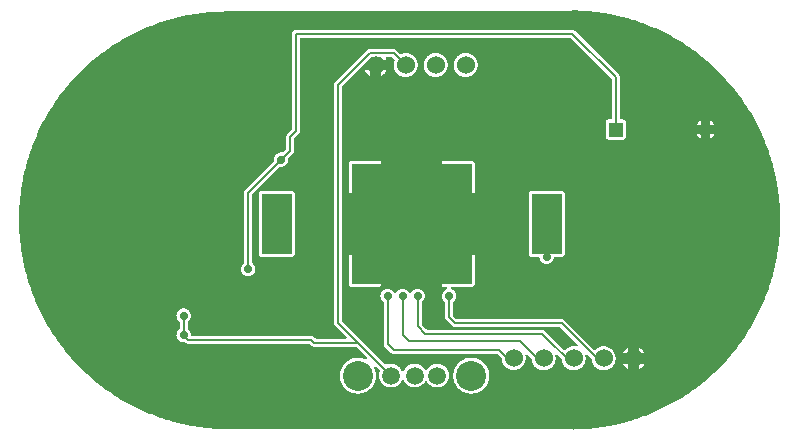
<source format=gbl>
G04 Layer: BottomLayer*
G04 EasyEDA v6.3.22, 2020-04-03T23:48:27+02:00*
G04 c84acfee6ada4594b27f9e032ef05081,b454bf58618a4ea094e2924ff918fcb0,10*
G04 Gerber Generator version 0.2*
G04 Scale: 100 percent, Rotated: No, Reflected: No *
G04 Dimensions in millimeters *
G04 leading zeros omitted , absolute positions ,3 integer and 3 decimal *
%FSLAX33Y33*%
%MOMM*%
G90*
G71D02*

%ADD11C,0.159995*%
%ADD14C,0.610006*%
%ADD15C,0.700024*%
%ADD20C,1.524000*%
%ADD21R,1.199998X1.199998*%
%ADD22C,1.199998*%
%ADD23C,1.499997*%
%ADD24C,2.540000*%

%LPD*%
G36*
G01X47240Y35835D02*
G01X47239Y35835D01*
G01X47225Y35834D01*
G01X47210Y35831D01*
G01X47196Y35826D01*
G01X47183Y35818D01*
G01X47171Y35809D01*
G01X47153Y35794D01*
G01X47134Y35781D01*
G01X47113Y35769D01*
G01X47092Y35760D01*
G01X47069Y35753D01*
G01X47046Y35747D01*
G01X47023Y35744D01*
G01X47000Y35743D01*
G01X17999Y35743D01*
G01X17807Y35742D01*
G01X17615Y35739D01*
G01X17423Y35734D01*
G01X17230Y35726D01*
G01X17038Y35717D01*
G01X16846Y35705D01*
G01X16655Y35692D01*
G01X16463Y35676D01*
G01X16272Y35659D01*
G01X16080Y35639D01*
G01X15889Y35617D01*
G01X15698Y35593D01*
G01X15508Y35567D01*
G01X15318Y35539D01*
G01X15128Y35509D01*
G01X14938Y35477D01*
G01X14749Y35443D01*
G01X14560Y35407D01*
G01X14372Y35368D01*
G01X14183Y35328D01*
G01X13996Y35285D01*
G01X13809Y35241D01*
G01X13623Y35195D01*
G01X13436Y35146D01*
G01X13251Y35096D01*
G01X13066Y35043D01*
G01X12881Y34989D01*
G01X12697Y34932D01*
G01X12514Y34874D01*
G01X12332Y34813D01*
G01X12150Y34751D01*
G01X11969Y34687D01*
G01X11788Y34620D01*
G01X11608Y34552D01*
G01X11430Y34482D01*
G01X11251Y34409D01*
G01X11073Y34335D01*
G01X10897Y34260D01*
G01X10721Y34181D01*
G01X10546Y34102D01*
G01X10372Y34020D01*
G01X10199Y33936D01*
G01X10027Y33851D01*
G01X9855Y33764D01*
G01X9685Y33674D01*
G01X9516Y33583D01*
G01X9347Y33490D01*
G01X9180Y33396D01*
G01X9013Y33299D01*
G01X8848Y33201D01*
G01X8684Y33101D01*
G01X8521Y32999D01*
G01X8359Y32896D01*
G01X8198Y32790D01*
G01X8039Y32683D01*
G01X7880Y32574D01*
G01X7723Y32464D01*
G01X7566Y32352D01*
G01X7411Y32238D01*
G01X7258Y32122D01*
G01X7105Y32005D01*
G01X6954Y31886D01*
G01X6804Y31765D01*
G01X6656Y31643D01*
G01X6509Y31519D01*
G01X6363Y31394D01*
G01X6218Y31267D01*
G01X6075Y31139D01*
G01X5933Y31009D01*
G01X5793Y30877D01*
G01X5655Y30744D01*
G01X5517Y30610D01*
G01X5516Y30609D01*
G01X5382Y30471D01*
G01X5249Y30333D01*
G01X5117Y30193D01*
G01X4987Y30051D01*
G01X4859Y29908D01*
G01X4732Y29763D01*
G01X4607Y29617D01*
G01X4483Y29470D01*
G01X4361Y29322D01*
G01X4240Y29172D01*
G01X4121Y29021D01*
G01X4004Y28868D01*
G01X3888Y28715D01*
G01X3774Y28560D01*
G01X3662Y28403D01*
G01X3552Y28246D01*
G01X3443Y28087D01*
G01X3336Y27928D01*
G01X3230Y27767D01*
G01X3127Y27605D01*
G01X3025Y27442D01*
G01X2925Y27278D01*
G01X2827Y27113D01*
G01X2730Y26946D01*
G01X2636Y26779D01*
G01X2543Y26610D01*
G01X2452Y26441D01*
G01X2362Y26271D01*
G01X2275Y26099D01*
G01X2190Y25927D01*
G01X2106Y25754D01*
G01X2024Y25580D01*
G01X1945Y25405D01*
G01X1866Y25229D01*
G01X1791Y25053D01*
G01X1717Y24875D01*
G01X1644Y24696D01*
G01X1574Y24518D01*
G01X1506Y24338D01*
G01X1439Y24157D01*
G01X1375Y23976D01*
G01X1313Y23794D01*
G01X1252Y23612D01*
G01X1194Y23428D01*
G01X1137Y23245D01*
G01X1083Y23060D01*
G01X1030Y22875D01*
G01X980Y22690D01*
G01X931Y22503D01*
G01X885Y22317D01*
G01X841Y22130D01*
G01X798Y21943D01*
G01X758Y21754D01*
G01X719Y21566D01*
G01X683Y21377D01*
G01X649Y21188D01*
G01X617Y20998D01*
G01X587Y20808D01*
G01X559Y20618D01*
G01X533Y20428D01*
G01X509Y20237D01*
G01X487Y20046D01*
G01X467Y19854D01*
G01X450Y19663D01*
G01X434Y19471D01*
G01X421Y19280D01*
G01X409Y19088D01*
G01X400Y18896D01*
G01X392Y18703D01*
G01X387Y18511D01*
G01X384Y18319D01*
G01X383Y18126D01*
G01X384Y17935D01*
G01X387Y17744D01*
G01X392Y17554D01*
G01X399Y17363D01*
G01X408Y17172D01*
G01X420Y16982D01*
G01X433Y16791D01*
G01X449Y16601D01*
G01X466Y16411D01*
G01X486Y16221D01*
G01X507Y16031D01*
G01X531Y15842D01*
G01X556Y15653D01*
G01X584Y15464D01*
G01X614Y15276D01*
G01X645Y15087D01*
G01X679Y14899D01*
G01X715Y14712D01*
G01X752Y14525D01*
G01X792Y14338D01*
G01X834Y14151D01*
G01X878Y13966D01*
G01X924Y13781D01*
G01X971Y13596D01*
G01X1021Y13411D01*
G01X1073Y13227D01*
G01X1126Y13044D01*
G01X1182Y12862D01*
G01X1240Y12680D01*
G01X1299Y12498D01*
G01X1361Y12318D01*
G01X1424Y12138D01*
G01X1489Y11958D01*
G01X1557Y11780D01*
G01X1626Y11602D01*
G01X1697Y11424D01*
G01X1770Y11248D01*
G01X1922Y10898D01*
G01X2001Y10724D01*
G01X2081Y10551D01*
G01X2164Y10379D01*
G01X2248Y10207D01*
G01X2334Y10037D01*
G01X2422Y9868D01*
G01X2512Y9699D01*
G01X2604Y9532D01*
G01X2697Y9365D01*
G01X2792Y9200D01*
G01X2889Y9035D01*
G01X2988Y8872D01*
G01X3088Y8710D01*
G01X3190Y8548D01*
G01X3294Y8388D01*
G01X3400Y8229D01*
G01X3507Y8071D01*
G01X3616Y7915D01*
G01X3727Y7759D01*
G01X3839Y7605D01*
G01X3953Y7451D01*
G01X4069Y7299D01*
G01X4186Y7149D01*
G01X4305Y7000D01*
G01X4426Y6852D01*
G01X4548Y6705D01*
G01X4672Y6559D01*
G01X4797Y6416D01*
G01X4924Y6273D01*
G01X5052Y6132D01*
G01X5182Y5991D01*
G01X5313Y5853D01*
G01X5446Y5716D01*
G01X5580Y5580D01*
G01X5716Y5446D01*
G01X5853Y5313D01*
G01X5991Y5182D01*
G01X6132Y5052D01*
G01X6273Y4924D01*
G01X6416Y4797D01*
G01X6559Y4672D01*
G01X6705Y4548D01*
G01X6852Y4426D01*
G01X7000Y4305D01*
G01X7149Y4186D01*
G01X7299Y4069D01*
G01X7451Y3953D01*
G01X7605Y3839D01*
G01X7759Y3727D01*
G01X7915Y3616D01*
G01X8071Y3507D01*
G01X8229Y3400D01*
G01X8388Y3294D01*
G01X8548Y3190D01*
G01X8710Y3088D01*
G01X8872Y2988D01*
G01X9035Y2889D01*
G01X9200Y2792D01*
G01X9365Y2697D01*
G01X9532Y2604D01*
G01X9699Y2512D01*
G01X9868Y2422D01*
G01X10037Y2334D01*
G01X10207Y2248D01*
G01X10379Y2164D01*
G01X10551Y2081D01*
G01X10724Y2001D01*
G01X10898Y1922D01*
G01X11248Y1770D01*
G01X11424Y1697D01*
G01X11602Y1626D01*
G01X11780Y1557D01*
G01X11958Y1489D01*
G01X12138Y1424D01*
G01X12318Y1361D01*
G01X12498Y1299D01*
G01X12680Y1240D01*
G01X12862Y1182D01*
G01X13044Y1126D01*
G01X13227Y1073D01*
G01X13411Y1021D01*
G01X13596Y971D01*
G01X13781Y924D01*
G01X13966Y878D01*
G01X14151Y834D01*
G01X14338Y792D01*
G01X14525Y752D01*
G01X14712Y715D01*
G01X14899Y679D01*
G01X15087Y645D01*
G01X15276Y614D01*
G01X15464Y584D01*
G01X15653Y556D01*
G01X15842Y531D01*
G01X16031Y507D01*
G01X16221Y486D01*
G01X16411Y466D01*
G01X16601Y449D01*
G01X16791Y433D01*
G01X16982Y420D01*
G01X17172Y408D01*
G01X17363Y399D01*
G01X17554Y392D01*
G01X17744Y387D01*
G01X17935Y384D01*
G01X18126Y383D01*
G01X47127Y383D01*
G01X47154Y382D01*
G01X47182Y377D01*
G01X47208Y370D01*
G01X47234Y359D01*
G01X47248Y354D01*
G01X47262Y351D01*
G01X47277Y350D01*
G01X47278Y350D01*
G01X47469Y353D01*
G01X47659Y358D01*
G01X47850Y366D01*
G01X48041Y375D01*
G01X48231Y386D01*
G01X48422Y400D01*
G01X48612Y415D01*
G01X48802Y432D01*
G01X48992Y452D01*
G01X49182Y473D01*
G01X49371Y497D01*
G01X49560Y523D01*
G01X49749Y551D01*
G01X49937Y580D01*
G01X50125Y612D01*
G01X50313Y646D01*
G01X50501Y681D01*
G01X50688Y719D01*
G01X50875Y759D01*
G01X51061Y801D01*
G01X51247Y845D01*
G01X51432Y891D01*
G01X51617Y938D01*
G01X51801Y988D01*
G01X51985Y1040D01*
G01X52168Y1093D01*
G01X52350Y1149D01*
G01X52532Y1207D01*
G01X52714Y1266D01*
G01X52895Y1328D01*
G01X53074Y1391D01*
G01X53254Y1457D01*
G01X53432Y1524D01*
G01X53610Y1594D01*
G01X53787Y1665D01*
G01X53964Y1738D01*
G01X54139Y1813D01*
G01X54314Y1889D01*
G01X54488Y1968D01*
G01X54661Y2049D01*
G01X54833Y2131D01*
G01X55004Y2215D01*
G01X55174Y2302D01*
G01X55344Y2390D01*
G01X55512Y2480D01*
G01X55680Y2571D01*
G01X55847Y2664D01*
G01X56012Y2759D01*
G01X56176Y2857D01*
G01X56339Y2955D01*
G01X56502Y3056D01*
G01X56663Y3158D01*
G01X56823Y3262D01*
G01X56982Y3368D01*
G01X57140Y3475D01*
G01X57296Y3584D01*
G01X57452Y3695D01*
G01X57606Y3807D01*
G01X57760Y3921D01*
G01X57911Y4037D01*
G01X58062Y4154D01*
G01X58211Y4273D01*
G01X58359Y4393D01*
G01X58506Y4515D01*
G01X58651Y4639D01*
G01X58795Y4764D01*
G01X58938Y4891D01*
G01X59079Y5020D01*
G01X59219Y5149D01*
G01X59358Y5281D01*
G01X59495Y5413D01*
G01X59631Y5547D01*
G01X59765Y5683D01*
G01X59897Y5820D01*
G01X60029Y5959D01*
G01X60158Y6099D01*
G01X60287Y6240D01*
G01X60413Y6383D01*
G01X60539Y6527D01*
G01X60662Y6673D01*
G01X60784Y6819D01*
G01X60905Y6967D01*
G01X61024Y7117D01*
G01X61141Y7267D01*
G01X61257Y7419D01*
G01X61370Y7572D01*
G01X61483Y7726D01*
G01X61594Y7882D01*
G01X61703Y8039D01*
G01X61810Y8197D01*
G01X61916Y8356D01*
G01X62019Y8516D01*
G01X62122Y8677D01*
G01X62222Y8839D01*
G01X62320Y9002D01*
G01X62417Y9167D01*
G01X62512Y9333D01*
G01X62606Y9499D01*
G01X62697Y9666D01*
G01X62787Y9835D01*
G01X62875Y10004D01*
G01X62962Y10175D01*
G01X63045Y10346D01*
G01X63128Y10518D01*
G01X63208Y10691D01*
G01X63287Y10865D01*
G01X63364Y11040D01*
G01X63439Y11215D01*
G01X63512Y11391D01*
G01X63583Y11569D01*
G01X63652Y11747D01*
G01X63719Y11925D01*
G01X63785Y12105D01*
G01X63849Y12284D01*
G01X63910Y12465D01*
G01X63969Y12647D01*
G01X64027Y12829D01*
G01X64083Y13011D01*
G01X64137Y13194D01*
G01X64188Y13378D01*
G01X64238Y13562D01*
G01X64285Y13747D01*
G01X64331Y13932D01*
G01X64375Y14118D01*
G01X64417Y14304D01*
G01X64457Y14491D01*
G01X64494Y14678D01*
G01X64530Y14866D01*
G01X64564Y15054D01*
G01X64595Y15242D01*
G01X64625Y15431D01*
G01X64653Y15619D01*
G01X64678Y15808D01*
G01X64702Y15998D01*
G01X64723Y16187D01*
G01X64743Y16377D01*
G01X64760Y16567D01*
G01X64776Y16757D01*
G01X64789Y16948D01*
G01X64801Y17138D01*
G01X64810Y17329D01*
G01X64817Y17520D01*
G01X64822Y17711D01*
G01X64825Y17901D01*
G01X64826Y18092D01*
G01X64825Y18283D01*
G01X64822Y18474D01*
G01X64817Y18666D01*
G01X64810Y18857D01*
G01X64800Y19047D01*
G01X64789Y19239D01*
G01X64776Y19429D01*
G01X64760Y19620D01*
G01X64743Y19810D01*
G01X64723Y20000D01*
G01X64701Y20190D01*
G01X64678Y20379D01*
G01X64652Y20569D01*
G01X64625Y20758D01*
G01X64595Y20947D01*
G01X64563Y21135D01*
G01X64529Y21323D01*
G01X64494Y21511D01*
G01X64456Y21699D01*
G01X64416Y21886D01*
G01X64374Y22072D01*
G01X64330Y22258D01*
G01X64284Y22443D01*
G01X64236Y22628D01*
G01X64186Y22813D01*
G01X64135Y22997D01*
G01X64081Y23181D01*
G01X64025Y23363D01*
G01X63967Y23545D01*
G01X63907Y23727D01*
G01X63846Y23908D01*
G01X63782Y24088D01*
G01X63716Y24268D01*
G01X63649Y24447D01*
G01X63580Y24625D01*
G01X63509Y24802D01*
G01X63436Y24978D01*
G01X63360Y25154D01*
G01X63283Y25329D01*
G01X63204Y25503D01*
G01X63124Y25676D01*
G01X63041Y25849D01*
G01X62956Y26020D01*
G01X62870Y26191D01*
G01X62782Y26360D01*
G01X62692Y26529D01*
G01X62600Y26696D01*
G01X62506Y26863D01*
G01X62411Y27029D01*
G01X62314Y27193D01*
G01X62215Y27357D01*
G01X62115Y27519D01*
G01X62012Y27681D01*
G01X61908Y27841D01*
G01X61802Y28000D01*
G01X61695Y28158D01*
G01X61585Y28315D01*
G01X61474Y28471D01*
G01X61362Y28625D01*
G01X61248Y28778D01*
G01X61131Y28930D01*
G01X61014Y29081D01*
G01X60895Y29230D01*
G01X60774Y29379D01*
G01X60652Y29526D01*
G01X60528Y29671D01*
G01X60402Y29815D01*
G01X60275Y29958D01*
G01X60147Y30099D01*
G01X60017Y30239D01*
G01X59885Y30378D01*
G01X59752Y30515D01*
G01X59617Y30651D01*
G01X59481Y30785D01*
G01X59344Y30918D01*
G01X59205Y31049D01*
G01X59065Y31179D01*
G01X58923Y31307D01*
G01X58780Y31434D01*
G01X58635Y31560D01*
G01X58490Y31683D01*
G01X58343Y31805D01*
G01X58194Y31926D01*
G01X58045Y32045D01*
G01X57894Y32162D01*
G01X57742Y32277D01*
G01X57588Y32391D01*
G01X57433Y32504D01*
G01X57278Y32614D01*
G01X57121Y32723D01*
G01X56963Y32831D01*
G01X56804Y32936D01*
G01X56643Y33040D01*
G01X56482Y33142D01*
G01X56318Y33243D01*
G01X56155Y33341D01*
G01X55990Y33438D01*
G01X55824Y33533D01*
G01X55658Y33626D01*
G01X55490Y33718D01*
G01X55321Y33807D01*
G01X55151Y33895D01*
G01X54980Y33981D01*
G01X54809Y34065D01*
G01X54636Y34148D01*
G01X54463Y34228D01*
G01X54289Y34307D01*
G01X54114Y34384D01*
G01X53938Y34458D01*
G01X53761Y34531D01*
G01X53584Y34602D01*
G01X53406Y34671D01*
G01X53227Y34738D01*
G01X53047Y34804D01*
G01X52867Y34867D01*
G01X52686Y34928D01*
G01X52504Y34988D01*
G01X52321Y35045D01*
G01X52139Y35100D01*
G01X51955Y35154D01*
G01X51771Y35205D01*
G01X51586Y35255D01*
G01X51402Y35302D01*
G01X51216Y35348D01*
G01X51030Y35391D01*
G01X50843Y35433D01*
G01X50656Y35472D01*
G01X50469Y35510D01*
G01X50281Y35545D01*
G01X50093Y35579D01*
G01X49904Y35610D01*
G01X49715Y35639D01*
G01X49526Y35667D01*
G01X49336Y35692D01*
G01X49147Y35715D01*
G01X48957Y35737D01*
G01X48767Y35756D01*
G01X48577Y35773D01*
G01X48386Y35788D01*
G01X48196Y35801D01*
G01X48005Y35812D01*
G01X47814Y35821D01*
G01X47622Y35828D01*
G01X47431Y35832D01*
G01X47240Y35835D01*
G37*

%LPC*%
G36*
G01X38731Y6444D02*
G01X38675Y6445D01*
G01X38619Y6444D01*
G01X38564Y6441D01*
G01X38508Y6436D01*
G01X38453Y6429D01*
G01X38398Y6420D01*
G01X38343Y6408D01*
G01X38289Y6395D01*
G01X38235Y6381D01*
G01X38182Y6363D01*
G01X38130Y6344D01*
G01X38078Y6324D01*
G01X38027Y6301D01*
G01X37977Y6276D01*
G01X37928Y6250D01*
G01X37880Y6222D01*
G01X37833Y6192D01*
G01X37787Y6160D01*
G01X37742Y6127D01*
G01X37699Y6092D01*
G01X37657Y6055D01*
G01X37615Y6017D01*
G01X37576Y5978D01*
G01X37538Y5937D01*
G01X37502Y5895D01*
G01X37467Y5852D01*
G01X37434Y5806D01*
G01X37402Y5761D01*
G01X37372Y5714D01*
G01X37344Y5666D01*
G01X37318Y5616D01*
G01X37293Y5566D01*
G01X37270Y5515D01*
G01X37249Y5464D01*
G01X37230Y5411D01*
G01X37213Y5358D01*
G01X37198Y5305D01*
G01X37185Y5250D01*
G01X37174Y5196D01*
G01X37165Y5141D01*
G01X37158Y5086D01*
G01X37153Y5030D01*
G01X37150Y4974D01*
G01X37149Y4918D01*
G01X37150Y4863D01*
G01X37153Y4807D01*
G01X37158Y4751D01*
G01X37165Y4696D01*
G01X37174Y4641D01*
G01X37185Y4587D01*
G01X37198Y4532D01*
G01X37213Y4479D01*
G01X37230Y4426D01*
G01X37249Y4373D01*
G01X37270Y4322D01*
G01X37293Y4271D01*
G01X37318Y4220D01*
G01X37344Y4171D01*
G01X37372Y4123D01*
G01X37402Y4076D01*
G01X37434Y4031D01*
G01X37467Y3985D01*
G01X37502Y3942D01*
G01X37538Y3900D01*
G01X37576Y3859D01*
G01X37615Y3820D01*
G01X37657Y3782D01*
G01X37699Y3745D01*
G01X37742Y3710D01*
G01X37787Y3677D01*
G01X37833Y3645D01*
G01X37880Y3615D01*
G01X37928Y3587D01*
G01X37977Y3561D01*
G01X38027Y3536D01*
G01X38078Y3513D01*
G01X38130Y3493D01*
G01X38182Y3474D01*
G01X38235Y3456D01*
G01X38289Y3442D01*
G01X38343Y3429D01*
G01X38398Y3417D01*
G01X38453Y3408D01*
G01X38508Y3401D01*
G01X38564Y3396D01*
G01X38619Y3393D01*
G01X38675Y3392D01*
G01X38731Y3393D01*
G01X38786Y3396D01*
G01X38842Y3401D01*
G01X38898Y3408D01*
G01X38952Y3417D01*
G01X39007Y3429D01*
G01X39061Y3442D01*
G01X39115Y3456D01*
G01X39168Y3474D01*
G01X39220Y3493D01*
G01X39272Y3513D01*
G01X39323Y3536D01*
G01X39373Y3561D01*
G01X39422Y3587D01*
G01X39470Y3615D01*
G01X39517Y3645D01*
G01X39563Y3677D01*
G01X39608Y3710D01*
G01X39651Y3745D01*
G01X39694Y3782D01*
G01X39735Y3820D01*
G01X39774Y3859D01*
G01X39812Y3900D01*
G01X39849Y3942D01*
G01X39883Y3985D01*
G01X39917Y4031D01*
G01X39948Y4076D01*
G01X39978Y4123D01*
G01X40007Y4171D01*
G01X40032Y4220D01*
G01X40057Y4271D01*
G01X40080Y4322D01*
G01X40101Y4373D01*
G01X40120Y4426D01*
G01X40137Y4479D01*
G01X40152Y4532D01*
G01X40165Y4587D01*
G01X40176Y4641D01*
G01X40185Y4696D01*
G01X40192Y4751D01*
G01X40198Y4807D01*
G01X40201Y4863D01*
G01X40202Y4918D01*
G01X40201Y4974D01*
G01X40198Y5030D01*
G01X40192Y5086D01*
G01X40185Y5141D01*
G01X40176Y5196D01*
G01X40165Y5250D01*
G01X40152Y5305D01*
G01X40137Y5358D01*
G01X40120Y5411D01*
G01X40101Y5464D01*
G01X40080Y5515D01*
G01X40057Y5566D01*
G01X40007Y5666D01*
G01X39978Y5714D01*
G01X39948Y5761D01*
G01X39917Y5806D01*
G01X39883Y5852D01*
G01X39849Y5895D01*
G01X39812Y5937D01*
G01X39774Y5978D01*
G01X39735Y6017D01*
G01X39694Y6055D01*
G01X39651Y6092D01*
G01X39608Y6127D01*
G01X39563Y6160D01*
G01X39517Y6192D01*
G01X39470Y6222D01*
G01X39422Y6250D01*
G01X39373Y6276D01*
G01X39323Y6301D01*
G01X39272Y6324D01*
G01X39220Y6344D01*
G01X39168Y6363D01*
G01X39115Y6381D01*
G01X39061Y6395D01*
G01X39007Y6408D01*
G01X38952Y6420D01*
G01X38898Y6429D01*
G01X38842Y6436D01*
G01X38786Y6441D01*
G01X38731Y6444D01*
G37*
G36*
G01X32099Y32557D02*
G01X30075Y32557D01*
G01X30048Y32556D01*
G01X30022Y32553D01*
G01X29996Y32548D01*
G01X29971Y32541D01*
G01X29946Y32532D01*
G01X29922Y32521D01*
G01X29899Y32508D01*
G01X29877Y32493D01*
G01X29856Y32477D01*
G01X29837Y32459D01*
G01X27160Y29782D01*
G01X27141Y29762D01*
G01X27125Y29741D01*
G01X27110Y29720D01*
G01X27098Y29697D01*
G01X27087Y29673D01*
G01X27077Y29648D01*
G01X27070Y29623D01*
G01X27065Y29597D01*
G01X27062Y29570D01*
G01X27061Y29544D01*
G01X27061Y9389D01*
G01X27062Y9362D01*
G01X27065Y9336D01*
G01X27070Y9310D01*
G01X27077Y9285D01*
G01X27087Y9260D01*
G01X27098Y9236D01*
G01X27110Y9213D01*
G01X27125Y9191D01*
G01X27141Y9170D01*
G01X28088Y8223D01*
G01X28099Y8210D01*
G01X28107Y8197D01*
G01X28113Y8182D01*
G01X28116Y8167D01*
G01X28118Y8150D01*
G01X28117Y8136D01*
G01X28114Y8122D01*
G01X28109Y8108D01*
G01X28102Y8096D01*
G01X28093Y8084D01*
G01X28083Y8074D01*
G01X28071Y8065D01*
G01X28058Y8058D01*
G01X28045Y8053D01*
G01X28030Y8050D01*
G01X28016Y8049D01*
G01X25547Y8049D01*
G01X25531Y8050D01*
G01X25515Y8054D01*
G01X25501Y8060D01*
G01X25487Y8069D01*
G01X25475Y8079D01*
G01X25349Y8204D01*
G01X25330Y8223D01*
G01X25309Y8239D01*
G01X25287Y8254D01*
G01X25264Y8266D01*
G01X25241Y8277D01*
G01X25216Y8287D01*
G01X25190Y8294D01*
G01X25164Y8299D01*
G01X25138Y8302D01*
G01X25111Y8303D01*
G01X15022Y8303D01*
G01X15007Y8304D01*
G01X14993Y8307D01*
G01X14978Y8313D01*
G01X14965Y8321D01*
G01X14954Y8330D01*
G01X14943Y8341D01*
G01X14935Y8354D01*
G01X14928Y8367D01*
G01X14924Y8382D01*
G01X14921Y8396D01*
G01X14917Y8432D01*
G01X14911Y8467D01*
G01X14903Y8502D01*
G01X14893Y8536D01*
G01X14881Y8569D01*
G01X14867Y8602D01*
G01X14851Y8634D01*
G01X14833Y8665D01*
G01X14814Y8695D01*
G01X14770Y8751D01*
G01X14745Y8777D01*
G01X14719Y8801D01*
G01X14692Y8824D01*
G01X14681Y8834D01*
G01X14671Y8846D01*
G01X14663Y8860D01*
G01X14657Y8874D01*
G01X14654Y8889D01*
G01X14653Y8904D01*
G01X14653Y9442D01*
G01X14654Y9457D01*
G01X14657Y9472D01*
G01X14663Y9486D01*
G01X14671Y9500D01*
G01X14681Y9512D01*
G01X14692Y9522D01*
G01X14720Y9545D01*
G01X14746Y9571D01*
G01X14771Y9597D01*
G01X14795Y9625D01*
G01X14816Y9655D01*
G01X14836Y9686D01*
G01X14854Y9718D01*
G01X14870Y9750D01*
G01X14884Y9784D01*
G01X14896Y9819D01*
G01X14905Y9854D01*
G01X14913Y9889D01*
G01X14918Y9925D01*
G01X14922Y9962D01*
G01X14923Y9998D01*
G01X14922Y10034D01*
G01X14919Y10069D01*
G01X14914Y10104D01*
G01X14907Y10138D01*
G01X14898Y10172D01*
G01X14886Y10206D01*
G01X14873Y10239D01*
G01X14859Y10271D01*
G01X14842Y10302D01*
G01X14823Y10332D01*
G01X14803Y10361D01*
G01X14781Y10388D01*
G01X14757Y10415D01*
G01X14733Y10439D01*
G01X14706Y10463D01*
G01X14679Y10485D01*
G01X14650Y10505D01*
G01X14620Y10524D01*
G01X14589Y10541D01*
G01X14557Y10555D01*
G01X14524Y10568D01*
G01X14490Y10580D01*
G01X14456Y10589D01*
G01X14422Y10596D01*
G01X14387Y10601D01*
G01X14352Y10604D01*
G01X14316Y10605D01*
G01X14281Y10604D01*
G01X14246Y10601D01*
G01X14211Y10596D01*
G01X14177Y10589D01*
G01X14143Y10580D01*
G01X14109Y10568D01*
G01X14076Y10555D01*
G01X14044Y10541D01*
G01X14013Y10524D01*
G01X13983Y10505D01*
G01X13954Y10485D01*
G01X13927Y10463D01*
G01X13900Y10439D01*
G01X13876Y10415D01*
G01X13852Y10388D01*
G01X13830Y10361D01*
G01X13810Y10332D01*
G01X13791Y10302D01*
G01X13774Y10271D01*
G01X13760Y10239D01*
G01X13747Y10206D01*
G01X13735Y10172D01*
G01X13726Y10138D01*
G01X13719Y10104D01*
G01X13714Y10069D01*
G01X13711Y10034D01*
G01X13710Y9998D01*
G01X13711Y9962D01*
G01X13715Y9925D01*
G01X13720Y9889D01*
G01X13728Y9854D01*
G01X13737Y9819D01*
G01X13749Y9784D01*
G01X13763Y9750D01*
G01X13779Y9718D01*
G01X13797Y9686D01*
G01X13817Y9655D01*
G01X13838Y9625D01*
G01X13862Y9597D01*
G01X13887Y9571D01*
G01X13913Y9545D01*
G01X13941Y9522D01*
G01X13952Y9512D01*
G01X13962Y9500D01*
G01X13970Y9486D01*
G01X13976Y9472D01*
G01X13979Y9457D01*
G01X13980Y9442D01*
G01X13980Y8904D01*
G01X13979Y8889D01*
G01X13976Y8874D01*
G01X13970Y8860D01*
G01X13962Y8846D01*
G01X13952Y8834D01*
G01X13941Y8824D01*
G01X13913Y8801D01*
G01X13887Y8775D01*
G01X13862Y8749D01*
G01X13838Y8721D01*
G01X13817Y8691D01*
G01X13797Y8660D01*
G01X13779Y8628D01*
G01X13763Y8596D01*
G01X13749Y8562D01*
G01X13737Y8527D01*
G01X13728Y8492D01*
G01X13720Y8457D01*
G01X13715Y8421D01*
G01X13711Y8384D01*
G01X13710Y8347D01*
G01X13711Y8312D01*
G01X13714Y8277D01*
G01X13719Y8242D01*
G01X13726Y8208D01*
G01X13735Y8174D01*
G01X13747Y8140D01*
G01X13760Y8107D01*
G01X13774Y8075D01*
G01X13791Y8044D01*
G01X13810Y8014D01*
G01X13830Y7985D01*
G01X13852Y7958D01*
G01X13876Y7931D01*
G01X13900Y7907D01*
G01X13927Y7883D01*
G01X13954Y7861D01*
G01X13983Y7841D01*
G01X14013Y7822D01*
G01X14044Y7805D01*
G01X14076Y7791D01*
G01X14109Y7778D01*
G01X14143Y7766D01*
G01X14177Y7757D01*
G01X14211Y7750D01*
G01X14246Y7745D01*
G01X14281Y7742D01*
G01X14316Y7741D01*
G01X14353Y7742D01*
G01X14389Y7745D01*
G01X14400Y7746D01*
G01X14416Y7745D01*
G01X14430Y7741D01*
G01X14445Y7736D01*
G01X14458Y7728D01*
G01X14491Y7701D01*
G01X14513Y7685D01*
G01X14537Y7671D01*
G01X14562Y7658D01*
G01X14588Y7648D01*
G01X14615Y7640D01*
G01X14642Y7635D01*
G01X14670Y7631D01*
G01X14697Y7630D01*
G01X24930Y7630D01*
G01X24946Y7629D01*
G01X24962Y7625D01*
G01X24976Y7619D01*
G01X24990Y7610D01*
G01X25002Y7600D01*
G01X25128Y7475D01*
G01X25147Y7456D01*
G01X25168Y7440D01*
G01X25190Y7425D01*
G01X25213Y7413D01*
G01X25236Y7402D01*
G01X25261Y7392D01*
G01X25287Y7385D01*
G01X25313Y7380D01*
G01X25339Y7377D01*
G01X25365Y7376D01*
G01X28868Y7376D01*
G01X28884Y7375D01*
G01X28899Y7371D01*
G01X28914Y7365D01*
G01X28928Y7357D01*
G01X28940Y7347D01*
G01X29823Y6471D01*
G01X29833Y6459D01*
G01X29842Y6445D01*
G01X29848Y6430D01*
G01X29852Y6415D01*
G01X29853Y6399D01*
G01X29852Y6385D01*
G01X29849Y6370D01*
G01X29844Y6357D01*
G01X29837Y6344D01*
G01X29828Y6332D01*
G01X29818Y6322D01*
G01X29806Y6313D01*
G01X29794Y6306D01*
G01X29780Y6301D01*
G01X29766Y6298D01*
G01X29752Y6297D01*
G01X29737Y6298D01*
G01X29723Y6301D01*
G01X29709Y6306D01*
G01X29655Y6330D01*
G01X29599Y6352D01*
G01X29543Y6371D01*
G01X29486Y6389D01*
G01X29428Y6403D01*
G01X29370Y6416D01*
G01X29311Y6426D01*
G01X29252Y6434D01*
G01X29193Y6440D01*
G01X29133Y6444D01*
G01X29074Y6445D01*
G01X29018Y6444D01*
G01X28963Y6441D01*
G01X28907Y6436D01*
G01X28851Y6429D01*
G01X28797Y6420D01*
G01X28742Y6408D01*
G01X28688Y6395D01*
G01X28634Y6381D01*
G01X28581Y6363D01*
G01X28529Y6344D01*
G01X28477Y6324D01*
G01X28426Y6301D01*
G01X28376Y6276D01*
G01X28327Y6250D01*
G01X28279Y6222D01*
G01X28232Y6192D01*
G01X28186Y6160D01*
G01X28141Y6127D01*
G01X28098Y6092D01*
G01X28055Y6055D01*
G01X28014Y6017D01*
G01X27975Y5978D01*
G01X27937Y5937D01*
G01X27900Y5895D01*
G01X27866Y5852D01*
G01X27832Y5806D01*
G01X27801Y5761D01*
G01X27771Y5714D01*
G01X27742Y5666D01*
G01X27692Y5566D01*
G01X27669Y5515D01*
G01X27648Y5464D01*
G01X27629Y5411D01*
G01X27612Y5358D01*
G01X27597Y5305D01*
G01X27584Y5250D01*
G01X27573Y5196D01*
G01X27564Y5141D01*
G01X27556Y5086D01*
G01X27551Y5030D01*
G01X27548Y4974D01*
G01X27547Y4918D01*
G01X27548Y4863D01*
G01X27551Y4807D01*
G01X27556Y4751D01*
G01X27564Y4696D01*
G01X27573Y4641D01*
G01X27584Y4587D01*
G01X27597Y4532D01*
G01X27612Y4479D01*
G01X27629Y4426D01*
G01X27648Y4373D01*
G01X27669Y4322D01*
G01X27692Y4271D01*
G01X27717Y4220D01*
G01X27742Y4171D01*
G01X27771Y4123D01*
G01X27801Y4076D01*
G01X27832Y4031D01*
G01X27866Y3985D01*
G01X27900Y3942D01*
G01X27937Y3900D01*
G01X27975Y3859D01*
G01X28014Y3820D01*
G01X28055Y3782D01*
G01X28098Y3745D01*
G01X28141Y3710D01*
G01X28186Y3677D01*
G01X28232Y3645D01*
G01X28279Y3615D01*
G01X28327Y3587D01*
G01X28376Y3561D01*
G01X28426Y3536D01*
G01X28477Y3513D01*
G01X28529Y3493D01*
G01X28581Y3474D01*
G01X28634Y3456D01*
G01X28688Y3442D01*
G01X28742Y3429D01*
G01X28797Y3417D01*
G01X28851Y3408D01*
G01X28907Y3401D01*
G01X28963Y3396D01*
G01X29018Y3393D01*
G01X29074Y3392D01*
G01X29130Y3393D01*
G01X29185Y3396D01*
G01X29241Y3401D01*
G01X29296Y3408D01*
G01X29351Y3417D01*
G01X29406Y3429D01*
G01X29460Y3442D01*
G01X29514Y3456D01*
G01X29567Y3474D01*
G01X29619Y3493D01*
G01X29671Y3513D01*
G01X29722Y3536D01*
G01X29772Y3561D01*
G01X29821Y3587D01*
G01X29869Y3615D01*
G01X29916Y3645D01*
G01X29962Y3677D01*
G01X30007Y3710D01*
G01X30050Y3745D01*
G01X30092Y3782D01*
G01X30134Y3820D01*
G01X30173Y3859D01*
G01X30211Y3900D01*
G01X30247Y3942D01*
G01X30282Y3985D01*
G01X30315Y4031D01*
G01X30347Y4076D01*
G01X30377Y4123D01*
G01X30405Y4171D01*
G01X30431Y4220D01*
G01X30456Y4271D01*
G01X30479Y4322D01*
G01X30500Y4373D01*
G01X30519Y4426D01*
G01X30536Y4479D01*
G01X30551Y4532D01*
G01X30564Y4587D01*
G01X30575Y4641D01*
G01X30584Y4696D01*
G01X30591Y4751D01*
G01X30596Y4807D01*
G01X30599Y4863D01*
G01X30600Y4918D01*
G01X30599Y4974D01*
G01X30596Y5030D01*
G01X30591Y5086D01*
G01X30584Y5141D01*
G01X30575Y5196D01*
G01X30564Y5250D01*
G01X30551Y5305D01*
G01X30536Y5358D01*
G01X30519Y5411D01*
G01X30500Y5464D01*
G01X30479Y5515D01*
G01X30456Y5567D01*
G01X30451Y5580D01*
G01X30448Y5595D01*
G01X30447Y5609D01*
G01X30448Y5624D01*
G01X30451Y5638D01*
G01X30456Y5652D01*
G01X30463Y5665D01*
G01X30471Y5676D01*
G01X30482Y5687D01*
G01X30493Y5695D01*
G01X30506Y5702D01*
G01X30520Y5707D01*
G01X30533Y5710D01*
G01X30548Y5711D01*
G01X30564Y5710D01*
G01X30579Y5706D01*
G01X30594Y5700D01*
G01X30608Y5692D01*
G01X30620Y5682D01*
G01X30908Y5396D01*
G01X30918Y5384D01*
G01X30927Y5370D01*
G01X30933Y5355D01*
G01X30937Y5340D01*
G01X30938Y5324D01*
G01X30936Y5305D01*
G01X30931Y5287D01*
G01X30915Y5243D01*
G01X30901Y5197D01*
G01X30889Y5152D01*
G01X30879Y5106D01*
G01X30871Y5059D01*
G01X30866Y5012D01*
G01X30863Y4966D01*
G01X30862Y4918D01*
G01X30863Y4872D01*
G01X30866Y4826D01*
G01X30871Y4779D01*
G01X30878Y4734D01*
G01X30888Y4688D01*
G01X30900Y4643D01*
G01X30913Y4598D01*
G01X30929Y4555D01*
G01X30947Y4512D01*
G01X30967Y4470D01*
G01X30989Y4429D01*
G01X31012Y4389D01*
G01X31037Y4350D01*
G01X31065Y4312D01*
G01X31094Y4275D01*
G01X31124Y4240D01*
G01X31156Y4207D01*
G01X31190Y4175D01*
G01X31225Y4144D01*
G01X31261Y4115D01*
G01X31299Y4088D01*
G01X31338Y4063D01*
G01X31378Y4039D01*
G01X31419Y4017D01*
G01X31461Y3997D01*
G01X31504Y3980D01*
G01X31548Y3964D01*
G01X31593Y3950D01*
G01X31637Y3939D01*
G01X31683Y3929D01*
G01X31729Y3922D01*
G01X31775Y3916D01*
G01X31821Y3913D01*
G01X31868Y3912D01*
G01X31914Y3913D01*
G01X31959Y3916D01*
G01X32004Y3921D01*
G01X32049Y3928D01*
G01X32094Y3938D01*
G01X32138Y3949D01*
G01X32182Y3962D01*
G01X32225Y3977D01*
G01X32267Y3994D01*
G01X32308Y4013D01*
G01X32349Y4034D01*
G01X32389Y4057D01*
G01X32427Y4081D01*
G01X32464Y4108D01*
G01X32500Y4136D01*
G01X32535Y4165D01*
G01X32568Y4196D01*
G01X32600Y4228D01*
G01X32631Y4262D01*
G01X32660Y4297D01*
G01X32687Y4334D01*
G01X32713Y4372D01*
G01X32737Y4410D01*
G01X32759Y4450D01*
G01X32779Y4491D01*
G01X32786Y4503D01*
G01X32795Y4515D01*
G01X32805Y4525D01*
G01X32817Y4534D01*
G01X32830Y4541D01*
G01X32843Y4546D01*
G01X32857Y4549D01*
G01X32871Y4550D01*
G01X32885Y4549D01*
G01X32900Y4546D01*
G01X32913Y4541D01*
G01X32926Y4534D01*
G01X32937Y4525D01*
G01X32947Y4515D01*
G01X32956Y4503D01*
G01X32963Y4491D01*
G01X32983Y4450D01*
G01X33006Y4410D01*
G01X33030Y4372D01*
G01X33055Y4334D01*
G01X33083Y4297D01*
G01X33111Y4262D01*
G01X33142Y4228D01*
G01X33174Y4196D01*
G01X33207Y4165D01*
G01X33242Y4136D01*
G01X33278Y4108D01*
G01X33316Y4081D01*
G01X33354Y4057D01*
G01X33393Y4034D01*
G01X33434Y4013D01*
G01X33476Y3994D01*
G01X33518Y3977D01*
G01X33561Y3962D01*
G01X33604Y3949D01*
G01X33648Y3938D01*
G01X33693Y3928D01*
G01X33738Y3921D01*
G01X33784Y3916D01*
G01X33829Y3913D01*
G01X33874Y3912D01*
G01X33920Y3913D01*
G01X33965Y3916D01*
G01X34010Y3921D01*
G01X34055Y3928D01*
G01X34143Y3948D01*
G01X34186Y3961D01*
G01X34229Y3976D01*
G01X34271Y3993D01*
G01X34312Y4012D01*
G01X34353Y4033D01*
G01X34392Y4055D01*
G01X34430Y4079D01*
G01X34467Y4105D01*
G01X34503Y4133D01*
G01X34538Y4162D01*
G01X34571Y4192D01*
G01X34603Y4224D01*
G01X34633Y4258D01*
G01X34662Y4293D01*
G01X34690Y4329D01*
G01X34716Y4366D01*
G01X34740Y4404D01*
G01X34748Y4417D01*
G01X34758Y4427D01*
G01X34771Y4436D01*
G01X34783Y4444D01*
G01X34798Y4450D01*
G01X34812Y4453D01*
G01X34827Y4454D01*
G01X34842Y4453D01*
G01X34856Y4450D01*
G01X34871Y4444D01*
G01X34883Y4436D01*
G01X34896Y4427D01*
G01X34906Y4417D01*
G01X34914Y4404D01*
G01X34938Y4366D01*
G01X34964Y4329D01*
G01X34992Y4293D01*
G01X35021Y4258D01*
G01X35051Y4224D01*
G01X35083Y4192D01*
G01X35116Y4162D01*
G01X35151Y4133D01*
G01X35187Y4105D01*
G01X35224Y4079D01*
G01X35262Y4055D01*
G01X35301Y4033D01*
G01X35342Y4012D01*
G01X35383Y3993D01*
G01X35425Y3976D01*
G01X35468Y3961D01*
G01X35511Y3948D01*
G01X35599Y3928D01*
G01X35644Y3921D01*
G01X35689Y3916D01*
G01X35734Y3913D01*
G01X35779Y3912D01*
G01X35826Y3913D01*
G01X35872Y3916D01*
G01X35919Y3922D01*
G01X35964Y3929D01*
G01X36010Y3939D01*
G01X36055Y3950D01*
G01X36100Y3964D01*
G01X36143Y3980D01*
G01X36186Y3997D01*
G01X36228Y4017D01*
G01X36269Y4039D01*
G01X36309Y4063D01*
G01X36348Y4088D01*
G01X36386Y4115D01*
G01X36423Y4144D01*
G01X36458Y4175D01*
G01X36491Y4207D01*
G01X36523Y4240D01*
G01X36554Y4275D01*
G01X36583Y4312D01*
G01X36610Y4350D01*
G01X36635Y4389D01*
G01X36659Y4429D01*
G01X36681Y4470D01*
G01X36700Y4512D01*
G01X36718Y4555D01*
G01X36734Y4598D01*
G01X36748Y4643D01*
G01X36759Y4688D01*
G01X36769Y4734D01*
G01X36776Y4779D01*
G01X36782Y4826D01*
G01X36785Y4872D01*
G01X36786Y4918D01*
G01X36785Y4965D01*
G01X36782Y5011D01*
G01X36776Y5058D01*
G01X36769Y5103D01*
G01X36759Y5149D01*
G01X36748Y5194D01*
G01X36734Y5239D01*
G01X36718Y5282D01*
G01X36700Y5325D01*
G01X36681Y5367D01*
G01X36659Y5408D01*
G01X36635Y5448D01*
G01X36610Y5487D01*
G01X36583Y5525D01*
G01X36554Y5562D01*
G01X36523Y5597D01*
G01X36491Y5630D01*
G01X36458Y5662D01*
G01X36423Y5693D01*
G01X36386Y5722D01*
G01X36348Y5749D01*
G01X36309Y5774D01*
G01X36269Y5798D01*
G01X36228Y5820D01*
G01X36186Y5839D01*
G01X36143Y5857D01*
G01X36100Y5873D01*
G01X36055Y5887D01*
G01X36010Y5898D01*
G01X35964Y5908D01*
G01X35919Y5915D01*
G01X35872Y5921D01*
G01X35826Y5924D01*
G01X35779Y5925D01*
G01X35734Y5924D01*
G01X35689Y5921D01*
G01X35644Y5916D01*
G01X35599Y5909D01*
G01X35511Y5889D01*
G01X35468Y5876D01*
G01X35425Y5861D01*
G01X35383Y5844D01*
G01X35342Y5825D01*
G01X35301Y5804D01*
G01X35262Y5782D01*
G01X35224Y5758D01*
G01X35187Y5732D01*
G01X35151Y5704D01*
G01X35116Y5675D01*
G01X35083Y5645D01*
G01X35051Y5613D01*
G01X35021Y5579D01*
G01X34992Y5544D01*
G01X34964Y5508D01*
G01X34938Y5471D01*
G01X34914Y5433D01*
G01X34906Y5420D01*
G01X34896Y5410D01*
G01X34883Y5401D01*
G01X34871Y5393D01*
G01X34856Y5387D01*
G01X34842Y5384D01*
G01X34827Y5383D01*
G01X34812Y5384D01*
G01X34798Y5387D01*
G01X34783Y5393D01*
G01X34771Y5401D01*
G01X34758Y5410D01*
G01X34748Y5420D01*
G01X34740Y5433D01*
G01X34716Y5471D01*
G01X34690Y5508D01*
G01X34662Y5544D01*
G01X34633Y5579D01*
G01X34603Y5613D01*
G01X34571Y5645D01*
G01X34538Y5675D01*
G01X34503Y5704D01*
G01X34467Y5732D01*
G01X34430Y5758D01*
G01X34392Y5782D01*
G01X34353Y5804D01*
G01X34312Y5825D01*
G01X34271Y5844D01*
G01X34229Y5861D01*
G01X34186Y5876D01*
G01X34143Y5889D01*
G01X34055Y5909D01*
G01X34010Y5916D01*
G01X33965Y5921D01*
G01X33920Y5924D01*
G01X33874Y5925D01*
G01X33829Y5924D01*
G01X33784Y5921D01*
G01X33738Y5916D01*
G01X33693Y5909D01*
G01X33648Y5899D01*
G01X33604Y5888D01*
G01X33561Y5875D01*
G01X33518Y5860D01*
G01X33476Y5843D01*
G01X33434Y5824D01*
G01X33393Y5803D01*
G01X33354Y5780D01*
G01X33316Y5756D01*
G01X33278Y5729D01*
G01X33242Y5701D01*
G01X33207Y5672D01*
G01X33174Y5641D01*
G01X33142Y5609D01*
G01X33111Y5575D01*
G01X33083Y5540D01*
G01X33055Y5503D01*
G01X33030Y5465D01*
G01X33006Y5426D01*
G01X32983Y5387D01*
G01X32963Y5346D01*
G01X32956Y5334D01*
G01X32947Y5322D01*
G01X32937Y5312D01*
G01X32926Y5303D01*
G01X32913Y5296D01*
G01X32900Y5291D01*
G01X32885Y5288D01*
G01X32871Y5287D01*
G01X32857Y5288D01*
G01X32843Y5291D01*
G01X32830Y5296D01*
G01X32817Y5303D01*
G01X32805Y5312D01*
G01X32795Y5322D01*
G01X32786Y5334D01*
G01X32779Y5346D01*
G01X32759Y5387D01*
G01X32737Y5426D01*
G01X32713Y5465D01*
G01X32687Y5503D01*
G01X32660Y5540D01*
G01X32631Y5575D01*
G01X32600Y5609D01*
G01X32568Y5641D01*
G01X32535Y5672D01*
G01X32500Y5701D01*
G01X32464Y5729D01*
G01X32427Y5756D01*
G01X32389Y5780D01*
G01X32349Y5803D01*
G01X32308Y5824D01*
G01X32267Y5843D01*
G01X32225Y5860D01*
G01X32182Y5875D01*
G01X32138Y5888D01*
G01X32094Y5899D01*
G01X32049Y5909D01*
G01X32004Y5916D01*
G01X31959Y5921D01*
G01X31914Y5924D01*
G01X31868Y5925D01*
G01X31820Y5924D01*
G01X31773Y5920D01*
G01X31725Y5915D01*
G01X31678Y5907D01*
G01X31632Y5897D01*
G01X31585Y5885D01*
G01X31540Y5870D01*
G01X31496Y5854D01*
G01X31477Y5848D01*
G01X31458Y5847D01*
G01X31442Y5848D01*
G01X31426Y5851D01*
G01X31412Y5857D01*
G01X31398Y5866D01*
G01X31386Y5876D01*
G01X27764Y9499D01*
G01X27754Y9511D01*
G01X27745Y9524D01*
G01X27739Y9539D01*
G01X27735Y9554D01*
G01X27734Y9570D01*
G01X27734Y29362D01*
G01X27735Y29378D01*
G01X27739Y29394D01*
G01X27745Y29409D01*
G01X27754Y29422D01*
G01X27764Y29434D01*
G01X29952Y31622D01*
G01X29964Y31633D01*
G01X29978Y31641D01*
G01X29992Y31647D01*
G01X30008Y31650D01*
G01X30024Y31652D01*
G01X30128Y31652D01*
G01X30128Y31756D01*
G01X30130Y31772D01*
G01X30133Y31788D01*
G01X30139Y31802D01*
G01X30147Y31816D01*
G01X30158Y31828D01*
G01X30184Y31855D01*
G01X30197Y31865D01*
G01X30210Y31873D01*
G01X30225Y31880D01*
G01X30240Y31883D01*
G01X30256Y31885D01*
G01X30915Y31885D01*
G01X30930Y31883D01*
G01X30944Y31880D01*
G01X30958Y31875D01*
G01X30970Y31868D01*
G01X30982Y31860D01*
G01X30992Y31849D01*
G01X31001Y31838D01*
G01X31008Y31825D01*
G01X31013Y31812D01*
G01X31016Y31797D01*
G01X31017Y31783D01*
G01X31017Y31652D01*
G01X31489Y31652D01*
G01X31446Y31731D01*
G01X31439Y31747D01*
G01X31434Y31765D01*
G01X31432Y31783D01*
G01X31433Y31797D01*
G01X31436Y31812D01*
G01X31441Y31825D01*
G01X31448Y31838D01*
G01X31457Y31849D01*
G01X31467Y31860D01*
G01X31479Y31868D01*
G01X31491Y31875D01*
G01X31505Y31880D01*
G01X31519Y31883D01*
G01X31534Y31885D01*
G01X31918Y31885D01*
G01X31933Y31883D01*
G01X31949Y31880D01*
G01X31964Y31873D01*
G01X31977Y31865D01*
G01X31989Y31855D01*
G01X32146Y31698D01*
G01X32156Y31686D01*
G01X32165Y31673D01*
G01X32171Y31658D01*
G01X32174Y31642D01*
G01X32175Y31627D01*
G01X32174Y31607D01*
G01X32168Y31588D01*
G01X32151Y31543D01*
G01X32136Y31497D01*
G01X32123Y31449D01*
G01X32113Y31402D01*
G01X32105Y31353D01*
G01X32099Y31305D01*
G01X32095Y31256D01*
G01X32094Y31207D01*
G01X32095Y31162D01*
G01X32098Y31116D01*
G01X32103Y31071D01*
G01X32110Y31026D01*
G01X32119Y30981D01*
G01X32131Y30936D01*
G01X32144Y30893D01*
G01X32159Y30849D01*
G01X32176Y30807D01*
G01X32195Y30766D01*
G01X32216Y30725D01*
G01X32238Y30685D01*
G01X32263Y30646D01*
G01X32289Y30609D01*
G01X32316Y30572D01*
G01X32345Y30537D01*
G01X32376Y30503D01*
G01X32409Y30471D01*
G01X32442Y30440D01*
G01X32477Y30411D01*
G01X32514Y30384D01*
G01X32552Y30357D01*
G01X32590Y30333D01*
G01X32630Y30310D01*
G01X32671Y30290D01*
G01X32712Y30271D01*
G01X32755Y30254D01*
G01X32798Y30239D01*
G01X32842Y30226D01*
G01X32886Y30214D01*
G01X32931Y30205D01*
G01X32976Y30198D01*
G01X33021Y30193D01*
G01X33067Y30190D01*
G01X33112Y30189D01*
G01X33158Y30190D01*
G01X33204Y30193D01*
G01X33249Y30198D01*
G01X33294Y30205D01*
G01X33339Y30214D01*
G01X33384Y30226D01*
G01X33427Y30239D01*
G01X33471Y30254D01*
G01X33513Y30271D01*
G01X33554Y30290D01*
G01X33595Y30310D01*
G01X33635Y30333D01*
G01X33674Y30357D01*
G01X33711Y30384D01*
G01X33747Y30411D01*
G01X33783Y30440D01*
G01X33817Y30471D01*
G01X33849Y30503D01*
G01X33880Y30537D01*
G01X33909Y30572D01*
G01X33936Y30609D01*
G01X33962Y30646D01*
G01X33987Y30685D01*
G01X34010Y30725D01*
G01X34030Y30766D01*
G01X34049Y30807D01*
G01X34066Y30849D01*
G01X34081Y30893D01*
G01X34094Y30936D01*
G01X34106Y30981D01*
G01X34115Y31026D01*
G01X34122Y31071D01*
G01X34127Y31116D01*
G01X34130Y31162D01*
G01X34131Y31207D01*
G01X34130Y31253D01*
G01X34127Y31299D01*
G01X34122Y31344D01*
G01X34115Y31389D01*
G01X34106Y31434D01*
G01X34094Y31478D01*
G01X34081Y31522D01*
G01X34066Y31565D01*
G01X34049Y31608D01*
G01X34030Y31649D01*
G01X34010Y31690D01*
G01X33987Y31730D01*
G01X33962Y31768D01*
G01X33936Y31806D01*
G01X33909Y31842D01*
G01X33880Y31878D01*
G01X33849Y31911D01*
G01X33817Y31944D01*
G01X33783Y31975D01*
G01X33747Y32004D01*
G01X33711Y32031D01*
G01X33674Y32057D01*
G01X33635Y32082D01*
G01X33595Y32104D01*
G01X33554Y32125D01*
G01X33513Y32144D01*
G01X33471Y32161D01*
G01X33427Y32176D01*
G01X33384Y32189D01*
G01X33339Y32201D01*
G01X33294Y32210D01*
G01X33249Y32217D01*
G01X33204Y32222D01*
G01X33158Y32225D01*
G01X33112Y32226D01*
G01X33064Y32225D01*
G01X33015Y32221D01*
G01X32967Y32215D01*
G01X32918Y32207D01*
G01X32871Y32197D01*
G01X32823Y32184D01*
G01X32777Y32169D01*
G01X32731Y32152D01*
G01X32713Y32146D01*
G01X32693Y32145D01*
G01X32678Y32146D01*
G01X32662Y32149D01*
G01X32647Y32155D01*
G01X32634Y32164D01*
G01X32622Y32174D01*
G01X32337Y32459D01*
G01X32317Y32477D01*
G01X32297Y32493D01*
G01X32275Y32508D01*
G01X32252Y32521D01*
G01X32228Y32532D01*
G01X32203Y32541D01*
G01X32178Y32548D01*
G01X32152Y32553D01*
G01X32125Y32556D01*
G01X32099Y32557D01*
G37*
G36*
G01X38957Y15142D02*
G01X36224Y15142D01*
G01X36224Y12409D01*
G01X36533Y12409D01*
G01X36548Y12408D01*
G01X36562Y12405D01*
G01X36576Y12400D01*
G01X36588Y12393D01*
G01X36600Y12384D01*
G01X36610Y12374D01*
G01X36619Y12362D01*
G01X36626Y12350D01*
G01X36631Y12336D01*
G01X36634Y12322D01*
G01X36635Y12307D01*
G01X36634Y12292D01*
G01X36630Y12277D01*
G01X36625Y12264D01*
G01X36618Y12250D01*
G01X36608Y12238D01*
G01X36597Y12228D01*
G01X36585Y12219D01*
G01X36571Y12213D01*
G01X36538Y12199D01*
G01X36505Y12182D01*
G01X36474Y12164D01*
G01X36444Y12144D01*
G01X36416Y12122D01*
G01X36388Y12099D01*
G01X36362Y12074D01*
G01X36337Y12047D01*
G01X36314Y12019D01*
G01X36294Y11990D01*
G01X36274Y11959D01*
G01X36257Y11928D01*
G01X36241Y11895D01*
G01X36227Y11862D01*
G01X36216Y11827D01*
G01X36206Y11793D01*
G01X36199Y11757D01*
G01X36193Y11722D01*
G01X36190Y11686D01*
G01X36189Y11649D01*
G01X36190Y11613D01*
G01X36194Y11576D01*
G01X36199Y11540D01*
G01X36207Y11505D01*
G01X36216Y11470D01*
G01X36228Y11435D01*
G01X36242Y11401D01*
G01X36258Y11369D01*
G01X36276Y11337D01*
G01X36296Y11306D01*
G01X36317Y11276D01*
G01X36341Y11248D01*
G01X36366Y11222D01*
G01X36392Y11196D01*
G01X36420Y11173D01*
G01X36431Y11163D01*
G01X36441Y11151D01*
G01X36449Y11137D01*
G01X36455Y11123D01*
G01X36458Y11108D01*
G01X36459Y11093D01*
G01X36459Y9871D01*
G01X36460Y9845D01*
G01X36463Y9819D01*
G01X36468Y9793D01*
G01X36475Y9767D01*
G01X36485Y9742D01*
G01X36496Y9719D01*
G01X36508Y9696D01*
G01X36523Y9674D01*
G01X36539Y9653D01*
G01X37085Y9107D01*
G01X37106Y9091D01*
G01X37128Y9076D01*
G01X37151Y9064D01*
G01X37174Y9053D01*
G01X37199Y9043D01*
G01X37225Y9036D01*
G01X37251Y9031D01*
G01X37277Y9028D01*
G01X37303Y9027D01*
G01X46139Y9027D01*
G01X46155Y9026D01*
G01X46171Y9022D01*
G01X46185Y9016D01*
G01X46199Y9007D01*
G01X46211Y8997D01*
G01X47668Y7541D01*
G01X47678Y7529D01*
G01X47686Y7515D01*
G01X47692Y7500D01*
G01X47696Y7484D01*
G01X47697Y7469D01*
G01X47696Y7454D01*
G01X47693Y7440D01*
G01X47688Y7426D01*
G01X47681Y7414D01*
G01X47672Y7402D01*
G01X47662Y7392D01*
G01X47650Y7383D01*
G01X47638Y7376D01*
G01X47624Y7371D01*
G01X47610Y7368D01*
G01X47596Y7367D01*
G01X47572Y7370D01*
G01X47525Y7380D01*
G01X47479Y7387D01*
G01X47431Y7393D01*
G01X47384Y7397D01*
G01X47336Y7398D01*
G01X47288Y7397D01*
G01X47240Y7393D01*
G01X47193Y7387D01*
G01X47145Y7379D01*
G01X47098Y7369D01*
G01X47052Y7357D01*
G01X47006Y7343D01*
G01X46961Y7326D01*
G01X46917Y7307D01*
G01X46874Y7286D01*
G01X46831Y7263D01*
G01X46790Y7239D01*
G01X46750Y7212D01*
G01X46712Y7183D01*
G01X46674Y7153D01*
G01X46638Y7121D01*
G01X46626Y7111D01*
G01X46613Y7103D01*
G01X46599Y7098D01*
G01X46584Y7094D01*
G01X46569Y7093D01*
G01X46553Y7094D01*
G01X46537Y7098D01*
G01X46523Y7104D01*
G01X46509Y7113D01*
G01X46497Y7123D01*
G01X44907Y8712D01*
G01X44888Y8731D01*
G01X44867Y8747D01*
G01X44845Y8762D01*
G01X44822Y8774D01*
G01X44799Y8785D01*
G01X44774Y8795D01*
G01X44748Y8802D01*
G01X44722Y8807D01*
G01X44696Y8810D01*
G01X44669Y8811D01*
G01X34945Y8811D01*
G01X34929Y8812D01*
G01X34913Y8816D01*
G01X34899Y8822D01*
G01X34885Y8831D01*
G01X34873Y8841D01*
G01X34495Y9219D01*
G01X34485Y9231D01*
G01X34476Y9245D01*
G01X34470Y9259D01*
G01X34466Y9275D01*
G01X34465Y9291D01*
G01X34465Y11093D01*
G01X34466Y11108D01*
G01X34469Y11123D01*
G01X34475Y11137D01*
G01X34483Y11151D01*
G01X34493Y11163D01*
G01X34504Y11173D01*
G01X34532Y11196D01*
G01X34558Y11222D01*
G01X34583Y11248D01*
G01X34607Y11276D01*
G01X34628Y11306D01*
G01X34648Y11337D01*
G01X34666Y11369D01*
G01X34682Y11401D01*
G01X34696Y11435D01*
G01X34708Y11470D01*
G01X34717Y11505D01*
G01X34725Y11540D01*
G01X34730Y11576D01*
G01X34734Y11613D01*
G01X34735Y11649D01*
G01X34734Y11686D01*
G01X34731Y11722D01*
G01X34725Y11757D01*
G01X34718Y11793D01*
G01X34708Y11827D01*
G01X34697Y11862D01*
G01X34683Y11895D01*
G01X34667Y11928D01*
G01X34650Y11959D01*
G01X34630Y11990D01*
G01X34610Y12019D01*
G01X34587Y12047D01*
G01X34562Y12074D01*
G01X34536Y12099D01*
G01X34508Y12122D01*
G01X34480Y12144D01*
G01X34450Y12164D01*
G01X34419Y12182D01*
G01X34386Y12199D01*
G01X34353Y12213D01*
G01X34317Y12226D01*
G01X34280Y12237D01*
G01X34243Y12245D01*
G01X34205Y12251D01*
G01X34167Y12255D01*
G01X34128Y12256D01*
G01X34090Y12255D01*
G01X34052Y12251D01*
G01X34014Y12245D01*
G01X33977Y12237D01*
G01X33940Y12226D01*
G01X33904Y12213D01*
G01X33870Y12198D01*
G01X33837Y12181D01*
G01X33805Y12163D01*
G01X33774Y12142D01*
G01X33745Y12119D01*
G01X33717Y12095D01*
G01X33691Y12069D01*
G01X33666Y12042D01*
G01X33643Y12013D01*
G01X33622Y11982D01*
G01X33602Y11951D01*
G01X33584Y11918D01*
G01X33576Y11904D01*
G01X33566Y11892D01*
G01X33554Y11881D01*
G01X33540Y11873D01*
G01X33525Y11866D01*
G01X33510Y11863D01*
G01X33493Y11861D01*
G01X33477Y11863D01*
G01X33462Y11866D01*
G01X33447Y11873D01*
G01X33433Y11881D01*
G01X33421Y11892D01*
G01X33411Y11904D01*
G01X33403Y11918D01*
G01X33385Y11951D01*
G01X33365Y11982D01*
G01X33344Y12013D01*
G01X33321Y12042D01*
G01X33296Y12069D01*
G01X33270Y12095D01*
G01X33242Y12119D01*
G01X33213Y12142D01*
G01X33182Y12163D01*
G01X33150Y12181D01*
G01X33117Y12198D01*
G01X33083Y12213D01*
G01X33047Y12226D01*
G01X33010Y12237D01*
G01X32973Y12245D01*
G01X32935Y12251D01*
G01X32897Y12255D01*
G01X32858Y12256D01*
G01X32820Y12255D01*
G01X32782Y12251D01*
G01X32744Y12245D01*
G01X32707Y12237D01*
G01X32670Y12226D01*
G01X32634Y12213D01*
G01X32600Y12198D01*
G01X32567Y12181D01*
G01X32535Y12163D01*
G01X32504Y12142D01*
G01X32475Y12119D01*
G01X32447Y12095D01*
G01X32421Y12069D01*
G01X32396Y12042D01*
G01X32373Y12013D01*
G01X32352Y11982D01*
G01X32332Y11951D01*
G01X32314Y11918D01*
G01X32306Y11904D01*
G01X32296Y11892D01*
G01X32284Y11881D01*
G01X32270Y11873D01*
G01X32255Y11866D01*
G01X32240Y11863D01*
G01X32223Y11861D01*
G01X32207Y11863D01*
G01X32192Y11866D01*
G01X32177Y11873D01*
G01X32163Y11881D01*
G01X32151Y11892D01*
G01X32141Y11904D01*
G01X32133Y11918D01*
G01X32115Y11951D01*
G01X32095Y11982D01*
G01X32074Y12013D01*
G01X32051Y12042D01*
G01X32026Y12069D01*
G01X32000Y12095D01*
G01X31972Y12119D01*
G01X31943Y12142D01*
G01X31912Y12163D01*
G01X31880Y12181D01*
G01X31847Y12198D01*
G01X31813Y12213D01*
G01X31777Y12226D01*
G01X31740Y12237D01*
G01X31703Y12245D01*
G01X31665Y12251D01*
G01X31627Y12255D01*
G01X31588Y12256D01*
G01X31550Y12255D01*
G01X31512Y12251D01*
G01X31474Y12245D01*
G01X31437Y12237D01*
G01X31400Y12226D01*
G01X31364Y12213D01*
G01X31331Y12199D01*
G01X31298Y12182D01*
G01X31267Y12164D01*
G01X31237Y12144D01*
G01X31209Y12122D01*
G01X31181Y12099D01*
G01X31155Y12074D01*
G01X31130Y12047D01*
G01X31107Y12019D01*
G01X31087Y11990D01*
G01X31067Y11959D01*
G01X31050Y11928D01*
G01X31034Y11895D01*
G01X31020Y11862D01*
G01X31009Y11827D01*
G01X30999Y11793D01*
G01X30992Y11757D01*
G01X30986Y11722D01*
G01X30983Y11686D01*
G01X30982Y11649D01*
G01X30983Y11613D01*
G01X30987Y11576D01*
G01X30992Y11540D01*
G01X31000Y11505D01*
G01X31009Y11470D01*
G01X31021Y11435D01*
G01X31035Y11401D01*
G01X31051Y11369D01*
G01X31069Y11337D01*
G01X31089Y11306D01*
G01X31110Y11276D01*
G01X31134Y11248D01*
G01X31159Y11222D01*
G01X31185Y11196D01*
G01X31213Y11173D01*
G01X31224Y11163D01*
G01X31234Y11151D01*
G01X31242Y11137D01*
G01X31248Y11123D01*
G01X31251Y11108D01*
G01X31252Y11093D01*
G01X31252Y7585D01*
G01X31253Y7559D01*
G01X31256Y7533D01*
G01X31261Y7507D01*
G01X31268Y7481D01*
G01X31278Y7456D01*
G01X31289Y7433D01*
G01X31301Y7410D01*
G01X31316Y7388D01*
G01X31332Y7367D01*
G01X31878Y6821D01*
G01X31899Y6805D01*
G01X31921Y6790D01*
G01X31944Y6778D01*
G01X31967Y6767D01*
G01X31992Y6757D01*
G01X32018Y6750D01*
G01X32044Y6745D01*
G01X32070Y6742D01*
G01X32096Y6741D01*
G01X40837Y6741D01*
G01X40853Y6740D01*
G01X40868Y6736D01*
G01X40883Y6730D01*
G01X40897Y6721D01*
G01X40909Y6711D01*
G01X41211Y6409D01*
G01X41220Y6398D01*
G01X41228Y6386D01*
G01X41234Y6372D01*
G01X41238Y6359D01*
G01X41240Y6344D01*
G01X41244Y6298D01*
G01X41251Y6251D01*
G01X41259Y6206D01*
G01X41269Y6161D01*
G01X41282Y6116D01*
G01X41296Y6072D01*
G01X41313Y6028D01*
G01X41331Y5986D01*
G01X41351Y5944D01*
G01X41374Y5903D01*
G01X41397Y5863D01*
G01X41423Y5825D01*
G01X41451Y5788D01*
G01X41480Y5751D01*
G01X41511Y5717D01*
G01X41543Y5684D01*
G01X41577Y5652D01*
G01X41613Y5622D01*
G01X41649Y5593D01*
G01X41688Y5566D01*
G01X41727Y5541D01*
G01X41767Y5518D01*
G01X41808Y5496D01*
G01X41850Y5477D01*
G01X41893Y5460D01*
G01X41937Y5444D01*
G01X41981Y5430D01*
G01X42026Y5418D01*
G01X42072Y5409D01*
G01X42117Y5402D01*
G01X42164Y5397D01*
G01X42210Y5393D01*
G01X42256Y5392D01*
G01X42302Y5393D01*
G01X42348Y5397D01*
G01X42393Y5402D01*
G01X42438Y5409D01*
G01X42483Y5418D01*
G01X42527Y5429D01*
G01X42571Y5442D01*
G01X42615Y5457D01*
G01X42657Y5474D01*
G01X42698Y5493D01*
G01X42739Y5514D01*
G01X42779Y5536D01*
G01X42818Y5561D01*
G01X42855Y5587D01*
G01X42891Y5614D01*
G01X42927Y5644D01*
G01X42961Y5674D01*
G01X42993Y5707D01*
G01X43024Y5740D01*
G01X43053Y5775D01*
G01X43080Y5812D01*
G01X43106Y5850D01*
G01X43131Y5888D01*
G01X43154Y5928D01*
G01X43174Y5969D01*
G01X43193Y6010D01*
G01X43210Y6053D01*
G01X43225Y6096D01*
G01X43238Y6140D01*
G01X43250Y6184D01*
G01X43259Y6229D01*
G01X43266Y6274D01*
G01X43271Y6320D01*
G01X43274Y6365D01*
G01X43275Y6410D01*
G01X43274Y6461D01*
G01X43270Y6511D01*
G01X43264Y6560D01*
G01X43255Y6610D01*
G01X43254Y6629D01*
G01X43255Y6644D01*
G01X43258Y6658D01*
G01X43263Y6672D01*
G01X43269Y6684D01*
G01X43278Y6696D01*
G01X43289Y6706D01*
G01X43300Y6715D01*
G01X43313Y6722D01*
G01X43326Y6727D01*
G01X43341Y6730D01*
G01X43355Y6731D01*
G01X43371Y6730D01*
G01X43386Y6726D01*
G01X43401Y6720D01*
G01X43415Y6711D01*
G01X43427Y6701D01*
G01X43751Y6377D01*
G01X43760Y6366D01*
G01X43768Y6354D01*
G01X43774Y6341D01*
G01X43778Y6327D01*
G01X43780Y6312D01*
G01X43784Y6266D01*
G01X43791Y6220D01*
G01X43799Y6174D01*
G01X43809Y6129D01*
G01X43822Y6084D01*
G01X43836Y6040D01*
G01X43853Y5996D01*
G01X43871Y5954D01*
G01X43891Y5912D01*
G01X43914Y5871D01*
G01X43937Y5832D01*
G01X43963Y5793D01*
G01X43991Y5756D01*
G01X44020Y5720D01*
G01X44051Y5685D01*
G01X44083Y5652D01*
G01X44117Y5620D01*
G01X44153Y5590D01*
G01X44189Y5561D01*
G01X44228Y5534D01*
G01X44267Y5509D01*
G01X44307Y5486D01*
G01X44348Y5465D01*
G01X44390Y5445D01*
G01X44433Y5428D01*
G01X44477Y5412D01*
G01X44521Y5399D01*
G01X44566Y5387D01*
G01X44612Y5377D01*
G01X44657Y5370D01*
G01X44704Y5365D01*
G01X44750Y5361D01*
G01X44796Y5360D01*
G01X44842Y5361D01*
G01X44888Y5365D01*
G01X44933Y5370D01*
G01X44978Y5377D01*
G01X45023Y5386D01*
G01X45067Y5397D01*
G01X45111Y5410D01*
G01X45155Y5425D01*
G01X45197Y5442D01*
G01X45279Y5482D01*
G01X45319Y5505D01*
G01X45358Y5529D01*
G01X45395Y5555D01*
G01X45431Y5582D01*
G01X45467Y5612D01*
G01X45501Y5643D01*
G01X45533Y5675D01*
G01X45564Y5709D01*
G01X45593Y5744D01*
G01X45620Y5780D01*
G01X45646Y5818D01*
G01X45671Y5857D01*
G01X45694Y5896D01*
G01X45714Y5937D01*
G01X45733Y5979D01*
G01X45750Y6021D01*
G01X45765Y6064D01*
G01X45778Y6108D01*
G01X45790Y6152D01*
G01X45799Y6197D01*
G01X45806Y6242D01*
G01X45811Y6288D01*
G01X45814Y6333D01*
G01X45815Y6379D01*
G01X45814Y6427D01*
G01X45810Y6474D01*
G01X45805Y6521D01*
G01X45797Y6568D01*
G01X45788Y6615D01*
G01X45785Y6638D01*
G01X45786Y6653D01*
G01X45789Y6667D01*
G01X45794Y6680D01*
G01X45801Y6693D01*
G01X45809Y6705D01*
G01X45820Y6715D01*
G01X45831Y6723D01*
G01X45844Y6731D01*
G01X45858Y6736D01*
G01X45872Y6739D01*
G01X45886Y6740D01*
G01X45902Y6739D01*
G01X45918Y6735D01*
G01X45932Y6728D01*
G01X45946Y6720D01*
G01X45958Y6710D01*
G01X46291Y6377D01*
G01X46300Y6366D01*
G01X46308Y6354D01*
G01X46314Y6341D01*
G01X46318Y6327D01*
G01X46320Y6312D01*
G01X46324Y6266D01*
G01X46331Y6220D01*
G01X46339Y6174D01*
G01X46349Y6129D01*
G01X46362Y6084D01*
G01X46376Y6040D01*
G01X46393Y5996D01*
G01X46411Y5954D01*
G01X46431Y5912D01*
G01X46454Y5871D01*
G01X46477Y5832D01*
G01X46503Y5793D01*
G01X46531Y5756D01*
G01X46560Y5720D01*
G01X46591Y5685D01*
G01X46623Y5652D01*
G01X46657Y5620D01*
G01X46693Y5590D01*
G01X46729Y5561D01*
G01X46768Y5534D01*
G01X46807Y5509D01*
G01X46847Y5486D01*
G01X46888Y5465D01*
G01X46930Y5445D01*
G01X46973Y5428D01*
G01X47017Y5412D01*
G01X47061Y5399D01*
G01X47106Y5387D01*
G01X47152Y5377D01*
G01X47197Y5370D01*
G01X47244Y5365D01*
G01X47290Y5361D01*
G01X47336Y5360D01*
G01X47382Y5361D01*
G01X47428Y5365D01*
G01X47473Y5370D01*
G01X47518Y5377D01*
G01X47563Y5386D01*
G01X47607Y5397D01*
G01X47651Y5410D01*
G01X47695Y5425D01*
G01X47737Y5442D01*
G01X47819Y5482D01*
G01X47859Y5505D01*
G01X47898Y5529D01*
G01X47935Y5555D01*
G01X47971Y5582D01*
G01X48007Y5612D01*
G01X48041Y5643D01*
G01X48073Y5675D01*
G01X48104Y5709D01*
G01X48133Y5744D01*
G01X48160Y5780D01*
G01X48186Y5818D01*
G01X48211Y5857D01*
G01X48234Y5896D01*
G01X48254Y5937D01*
G01X48273Y5979D01*
G01X48290Y6021D01*
G01X48305Y6064D01*
G01X48318Y6108D01*
G01X48330Y6152D01*
G01X48339Y6197D01*
G01X48346Y6242D01*
G01X48351Y6288D01*
G01X48354Y6333D01*
G01X48355Y6379D01*
G01X48354Y6427D01*
G01X48350Y6474D01*
G01X48345Y6521D01*
G01X48337Y6568D01*
G01X48328Y6615D01*
G01X48325Y6638D01*
G01X48326Y6653D01*
G01X48329Y6667D01*
G01X48334Y6680D01*
G01X48341Y6693D01*
G01X48349Y6705D01*
G01X48360Y6715D01*
G01X48371Y6723D01*
G01X48384Y6731D01*
G01X48398Y6736D01*
G01X48412Y6739D01*
G01X48426Y6740D01*
G01X48442Y6739D01*
G01X48458Y6735D01*
G01X48472Y6728D01*
G01X48486Y6720D01*
G01X48498Y6710D01*
G01X48831Y6377D01*
G01X48840Y6366D01*
G01X48848Y6354D01*
G01X48854Y6341D01*
G01X48858Y6327D01*
G01X48860Y6312D01*
G01X48864Y6266D01*
G01X48871Y6220D01*
G01X48879Y6174D01*
G01X48889Y6129D01*
G01X48902Y6084D01*
G01X48916Y6040D01*
G01X48933Y5996D01*
G01X48951Y5954D01*
G01X48971Y5912D01*
G01X48994Y5871D01*
G01X49017Y5832D01*
G01X49043Y5793D01*
G01X49071Y5756D01*
G01X49100Y5720D01*
G01X49131Y5685D01*
G01X49163Y5652D01*
G01X49197Y5620D01*
G01X49233Y5590D01*
G01X49269Y5561D01*
G01X49308Y5534D01*
G01X49347Y5509D01*
G01X49387Y5486D01*
G01X49428Y5465D01*
G01X49470Y5445D01*
G01X49513Y5428D01*
G01X49557Y5412D01*
G01X49601Y5399D01*
G01X49646Y5387D01*
G01X49692Y5377D01*
G01X49737Y5370D01*
G01X49784Y5365D01*
G01X49830Y5361D01*
G01X49876Y5360D01*
G01X49922Y5361D01*
G01X49968Y5365D01*
G01X50013Y5370D01*
G01X50058Y5377D01*
G01X50103Y5386D01*
G01X50147Y5397D01*
G01X50191Y5410D01*
G01X50235Y5425D01*
G01X50277Y5442D01*
G01X50359Y5482D01*
G01X50399Y5505D01*
G01X50438Y5529D01*
G01X50475Y5555D01*
G01X50511Y5582D01*
G01X50547Y5612D01*
G01X50581Y5643D01*
G01X50613Y5675D01*
G01X50644Y5709D01*
G01X50673Y5744D01*
G01X50700Y5780D01*
G01X50726Y5818D01*
G01X50751Y5857D01*
G01X50774Y5896D01*
G01X50794Y5937D01*
G01X50813Y5979D01*
G01X50830Y6021D01*
G01X50845Y6064D01*
G01X50858Y6108D01*
G01X50870Y6152D01*
G01X50879Y6197D01*
G01X50886Y6242D01*
G01X50891Y6288D01*
G01X50894Y6333D01*
G01X50895Y6379D01*
G01X50894Y6425D01*
G01X50891Y6470D01*
G01X50886Y6516D01*
G01X50879Y6561D01*
G01X50870Y6606D01*
G01X50858Y6650D01*
G01X50845Y6694D01*
G01X50830Y6737D01*
G01X50813Y6779D01*
G01X50794Y6821D01*
G01X50774Y6862D01*
G01X50751Y6901D01*
G01X50726Y6940D01*
G01X50700Y6978D01*
G01X50673Y7014D01*
G01X50644Y7049D01*
G01X50613Y7083D01*
G01X50581Y7115D01*
G01X50547Y7146D01*
G01X50511Y7176D01*
G01X50475Y7203D01*
G01X50438Y7229D01*
G01X50399Y7253D01*
G01X50359Y7276D01*
G01X50277Y7316D01*
G01X50235Y7333D01*
G01X50191Y7348D01*
G01X50147Y7361D01*
G01X50103Y7372D01*
G01X50058Y7381D01*
G01X50013Y7388D01*
G01X49968Y7393D01*
G01X49922Y7397D01*
G01X49876Y7398D01*
G01X49828Y7397D01*
G01X49780Y7393D01*
G01X49733Y7387D01*
G01X49685Y7379D01*
G01X49638Y7369D01*
G01X49592Y7357D01*
G01X49546Y7343D01*
G01X49501Y7326D01*
G01X49457Y7307D01*
G01X49414Y7286D01*
G01X49371Y7263D01*
G01X49330Y7239D01*
G01X49290Y7212D01*
G01X49252Y7183D01*
G01X49214Y7153D01*
G01X49178Y7121D01*
G01X49166Y7111D01*
G01X49153Y7103D01*
G01X49139Y7098D01*
G01X49124Y7094D01*
G01X49109Y7093D01*
G01X49093Y7094D01*
G01X49077Y7098D01*
G01X49063Y7104D01*
G01X49049Y7113D01*
G01X49037Y7123D01*
G01X46558Y9601D01*
G01X46539Y9620D01*
G01X46518Y9636D01*
G01X46496Y9651D01*
G01X46473Y9663D01*
G01X46450Y9674D01*
G01X46425Y9684D01*
G01X46399Y9691D01*
G01X46373Y9696D01*
G01X46347Y9699D01*
G01X46320Y9700D01*
G01X37485Y9700D01*
G01X37469Y9701D01*
G01X37453Y9705D01*
G01X37439Y9711D01*
G01X37425Y9720D01*
G01X37413Y9730D01*
G01X37162Y9981D01*
G01X37152Y9993D01*
G01X37143Y10007D01*
G01X37137Y10021D01*
G01X37133Y10037D01*
G01X37132Y10053D01*
G01X37132Y11093D01*
G01X37133Y11108D01*
G01X37136Y11123D01*
G01X37142Y11137D01*
G01X37150Y11151D01*
G01X37160Y11163D01*
G01X37171Y11173D01*
G01X37199Y11196D01*
G01X37225Y11222D01*
G01X37250Y11248D01*
G01X37274Y11276D01*
G01X37295Y11306D01*
G01X37315Y11337D01*
G01X37333Y11369D01*
G01X37349Y11401D01*
G01X37363Y11435D01*
G01X37375Y11470D01*
G01X37384Y11505D01*
G01X37392Y11540D01*
G01X37397Y11576D01*
G01X37401Y11613D01*
G01X37402Y11649D01*
G01X37401Y11686D01*
G01X37398Y11722D01*
G01X37392Y11757D01*
G01X37385Y11793D01*
G01X37375Y11827D01*
G01X37364Y11862D01*
G01X37350Y11895D01*
G01X37334Y11928D01*
G01X37317Y11959D01*
G01X37297Y11990D01*
G01X37277Y12019D01*
G01X37254Y12047D01*
G01X37229Y12074D01*
G01X37203Y12099D01*
G01X37175Y12122D01*
G01X37147Y12144D01*
G01X37117Y12164D01*
G01X37086Y12182D01*
G01X37053Y12199D01*
G01X37020Y12213D01*
G01X37006Y12219D01*
G01X36994Y12228D01*
G01X36983Y12238D01*
G01X36973Y12250D01*
G01X36966Y12264D01*
G01X36961Y12277D01*
G01X36957Y12292D01*
G01X36956Y12307D01*
G01X36957Y12322D01*
G01X36960Y12336D01*
G01X36965Y12350D01*
G01X36972Y12362D01*
G01X36981Y12374D01*
G01X36991Y12384D01*
G01X37003Y12393D01*
G01X37015Y12400D01*
G01X37029Y12405D01*
G01X37043Y12408D01*
G01X37058Y12409D01*
G01X38700Y12409D01*
G01X38724Y12410D01*
G01X38748Y12414D01*
G01X38771Y12419D01*
G01X38793Y12426D01*
G01X38815Y12436D01*
G01X38836Y12448D01*
G01X38855Y12461D01*
G01X38873Y12476D01*
G01X38890Y12493D01*
G01X38905Y12511D01*
G01X38918Y12530D01*
G01X38930Y12551D01*
G01X38940Y12573D01*
G01X38947Y12595D01*
G01X38952Y12618D01*
G01X38956Y12642D01*
G01X38957Y12665D01*
G01X38957Y15142D01*
G37*
G36*
G01X51972Y5934D02*
G01X51500Y5934D01*
G01X51522Y5891D01*
G01X51547Y5849D01*
G01X51573Y5809D01*
G01X51601Y5769D01*
G01X51631Y5731D01*
G01X51663Y5694D01*
G01X51696Y5659D01*
G01X51731Y5625D01*
G01X51768Y5594D01*
G01X51806Y5564D01*
G01X51846Y5535D01*
G01X51887Y5509D01*
G01X51929Y5485D01*
G01X51972Y5463D01*
G01X51972Y5934D01*
G37*
G36*
G01X53333Y5934D02*
G01X52861Y5934D01*
G01X52861Y5463D01*
G01X52904Y5485D01*
G01X52946Y5509D01*
G01X52987Y5535D01*
G01X53027Y5564D01*
G01X53065Y5594D01*
G01X53102Y5625D01*
G01X53137Y5659D01*
G01X53170Y5694D01*
G01X53202Y5731D01*
G01X53232Y5769D01*
G01X53260Y5809D01*
G01X53286Y5849D01*
G01X53311Y5891D01*
G01X53333Y5934D01*
G37*
G36*
G01X51972Y6823D02*
G01X51972Y7295D01*
G01X51929Y7273D01*
G01X51887Y7249D01*
G01X51846Y7223D01*
G01X51806Y7194D01*
G01X51768Y7164D01*
G01X51731Y7133D01*
G01X51696Y7099D01*
G01X51663Y7064D01*
G01X51631Y7027D01*
G01X51601Y6989D01*
G01X51573Y6949D01*
G01X51547Y6909D01*
G01X51522Y6867D01*
G01X51500Y6823D01*
G01X51972Y6823D01*
G37*
G36*
G01X52904Y7273D02*
G01X52861Y7295D01*
G01X52861Y6823D01*
G01X53333Y6823D01*
G01X53311Y6867D01*
G01X53286Y6909D01*
G01X53260Y6949D01*
G01X53232Y6989D01*
G01X53202Y7027D01*
G01X53170Y7064D01*
G01X53137Y7099D01*
G01X53102Y7133D01*
G01X53065Y7164D01*
G01X53027Y7194D01*
G01X52987Y7223D01*
G01X52946Y7249D01*
G01X52904Y7273D01*
G37*
G36*
G01X31017Y15142D02*
G01X28284Y15142D01*
G01X28284Y12665D01*
G01X28285Y12642D01*
G01X28289Y12618D01*
G01X28294Y12595D01*
G01X28301Y12573D01*
G01X28311Y12551D01*
G01X28323Y12530D01*
G01X28336Y12511D01*
G01X28351Y12493D01*
G01X28368Y12476D01*
G01X28386Y12461D01*
G01X28405Y12448D01*
G01X28426Y12436D01*
G01X28448Y12426D01*
G01X28470Y12419D01*
G01X28493Y12414D01*
G01X28517Y12410D01*
G01X28540Y12409D01*
G01X31017Y12409D01*
G01X31017Y15142D01*
G37*
G36*
G01X47209Y34211D02*
G01X23841Y34211D01*
G01X23815Y34210D01*
G01X23789Y34207D01*
G01X23763Y34202D01*
G01X23737Y34195D01*
G01X23712Y34185D01*
G01X23689Y34174D01*
G01X23666Y34162D01*
G01X23644Y34147D01*
G01X23623Y34131D01*
G01X23585Y34093D01*
G01X23569Y34072D01*
G01X23554Y34050D01*
G01X23542Y34027D01*
G01X23531Y34004D01*
G01X23521Y33979D01*
G01X23514Y33953D01*
G01X23509Y33927D01*
G01X23506Y33901D01*
G01X23505Y33874D01*
G01X23505Y25801D01*
G01X23504Y25785D01*
G01X23500Y25769D01*
G01X23494Y25755D01*
G01X23485Y25741D01*
G01X23475Y25729D01*
G01X23096Y25349D01*
G01X23077Y25330D01*
G01X23061Y25309D01*
G01X23046Y25287D01*
G01X23034Y25264D01*
G01X23023Y25241D01*
G01X23013Y25216D01*
G01X23006Y25190D01*
G01X23001Y25164D01*
G01X22998Y25138D01*
G01X22997Y25111D01*
G01X22997Y24150D01*
G01X22996Y24134D01*
G01X22992Y24118D01*
G01X22986Y24104D01*
G01X22977Y24090D01*
G01X22967Y24078D01*
G01X22727Y23838D01*
G01X22715Y23827D01*
G01X22701Y23819D01*
G01X22686Y23813D01*
G01X22671Y23809D01*
G01X22655Y23808D01*
G01X22643Y23809D01*
G01X22608Y23812D01*
G01X22571Y23813D01*
G01X22536Y23812D01*
G01X22501Y23809D01*
G01X22466Y23804D01*
G01X22432Y23797D01*
G01X22398Y23788D01*
G01X22364Y23776D01*
G01X22331Y23763D01*
G01X22299Y23749D01*
G01X22268Y23732D01*
G01X22238Y23713D01*
G01X22209Y23693D01*
G01X22182Y23671D01*
G01X22155Y23647D01*
G01X22131Y23623D01*
G01X22107Y23596D01*
G01X22085Y23569D01*
G01X22065Y23540D01*
G01X22046Y23510D01*
G01X22029Y23479D01*
G01X22015Y23447D01*
G01X22002Y23414D01*
G01X21990Y23380D01*
G01X21981Y23346D01*
G01X21974Y23312D01*
G01X21969Y23277D01*
G01X21966Y23242D01*
G01X21965Y23206D01*
G01X21966Y23170D01*
G01X21969Y23135D01*
G01X21970Y23123D01*
G01X21968Y23107D01*
G01X21965Y23092D01*
G01X21959Y23077D01*
G01X21951Y23063D01*
G01X21940Y23051D01*
G01X19540Y20650D01*
G01X19521Y20631D01*
G01X19505Y20610D01*
G01X19490Y20588D01*
G01X19478Y20565D01*
G01X19467Y20542D01*
G01X19457Y20517D01*
G01X19450Y20491D01*
G01X19445Y20465D01*
G01X19442Y20439D01*
G01X19441Y20412D01*
G01X19441Y14492D01*
G01X19440Y14477D01*
G01X19437Y14462D01*
G01X19431Y14448D01*
G01X19423Y14434D01*
G01X19413Y14422D01*
G01X19402Y14412D01*
G01X19374Y14389D01*
G01X19348Y14363D01*
G01X19323Y14337D01*
G01X19299Y14309D01*
G01X19278Y14279D01*
G01X19258Y14248D01*
G01X19240Y14216D01*
G01X19224Y14184D01*
G01X19210Y14150D01*
G01X19198Y14115D01*
G01X19189Y14080D01*
G01X19181Y14045D01*
G01X19176Y14009D01*
G01X19172Y13972D01*
G01X19171Y13935D01*
G01X19172Y13900D01*
G01X19175Y13865D01*
G01X19180Y13830D01*
G01X19187Y13796D01*
G01X19196Y13762D01*
G01X19208Y13728D01*
G01X19221Y13695D01*
G01X19235Y13663D01*
G01X19252Y13632D01*
G01X19271Y13602D01*
G01X19291Y13573D01*
G01X19313Y13546D01*
G01X19337Y13519D01*
G01X19361Y13495D01*
G01X19388Y13471D01*
G01X19415Y13449D01*
G01X19444Y13429D01*
G01X19474Y13410D01*
G01X19505Y13393D01*
G01X19537Y13379D01*
G01X19570Y13366D01*
G01X19604Y13354D01*
G01X19638Y13345D01*
G01X19672Y13338D01*
G01X19707Y13333D01*
G01X19742Y13330D01*
G01X19777Y13329D01*
G01X19813Y13330D01*
G01X19848Y13333D01*
G01X19883Y13338D01*
G01X19917Y13345D01*
G01X19951Y13354D01*
G01X19985Y13366D01*
G01X20018Y13379D01*
G01X20050Y13393D01*
G01X20081Y13410D01*
G01X20111Y13429D01*
G01X20140Y13449D01*
G01X20167Y13471D01*
G01X20194Y13495D01*
G01X20218Y13519D01*
G01X20242Y13546D01*
G01X20264Y13573D01*
G01X20284Y13602D01*
G01X20303Y13632D01*
G01X20320Y13663D01*
G01X20334Y13695D01*
G01X20347Y13728D01*
G01X20359Y13762D01*
G01X20368Y13796D01*
G01X20375Y13830D01*
G01X20380Y13865D01*
G01X20383Y13900D01*
G01X20384Y13935D01*
G01X20383Y13972D01*
G01X20379Y14009D01*
G01X20374Y14045D01*
G01X20366Y14080D01*
G01X20357Y14115D01*
G01X20345Y14150D01*
G01X20331Y14184D01*
G01X20315Y14216D01*
G01X20297Y14248D01*
G01X20277Y14279D01*
G01X20256Y14309D01*
G01X20232Y14337D01*
G01X20207Y14363D01*
G01X20181Y14389D01*
G01X20153Y14412D01*
G01X20142Y14422D01*
G01X20132Y14434D01*
G01X20124Y14448D01*
G01X20118Y14462D01*
G01X20115Y14477D01*
G01X20114Y14492D01*
G01X20114Y20231D01*
G01X20115Y20247D01*
G01X20119Y20263D01*
G01X20125Y20277D01*
G01X20134Y20291D01*
G01X20144Y20303D01*
G01X22416Y22575D01*
G01X22428Y22586D01*
G01X22442Y22594D01*
G01X22457Y22600D01*
G01X22472Y22603D01*
G01X22488Y22605D01*
G01X22500Y22604D01*
G01X22535Y22601D01*
G01X22571Y22600D01*
G01X22607Y22601D01*
G01X22642Y22604D01*
G01X22677Y22609D01*
G01X22711Y22616D01*
G01X22745Y22625D01*
G01X22779Y22637D01*
G01X22812Y22650D01*
G01X22844Y22664D01*
G01X22875Y22681D01*
G01X22905Y22700D01*
G01X22934Y22720D01*
G01X22961Y22742D01*
G01X22988Y22766D01*
G01X23012Y22790D01*
G01X23036Y22817D01*
G01X23058Y22844D01*
G01X23078Y22873D01*
G01X23097Y22903D01*
G01X23114Y22934D01*
G01X23128Y22966D01*
G01X23141Y22999D01*
G01X23153Y23033D01*
G01X23162Y23067D01*
G01X23169Y23101D01*
G01X23174Y23136D01*
G01X23177Y23171D01*
G01X23178Y23206D01*
G01X23177Y23243D01*
G01X23174Y23278D01*
G01X23173Y23290D01*
G01X23174Y23306D01*
G01X23178Y23321D01*
G01X23184Y23336D01*
G01X23192Y23350D01*
G01X23203Y23362D01*
G01X23571Y23731D01*
G01X23590Y23750D01*
G01X23606Y23771D01*
G01X23621Y23793D01*
G01X23633Y23816D01*
G01X23644Y23839D01*
G01X23654Y23864D01*
G01X23661Y23890D01*
G01X23666Y23916D01*
G01X23669Y23942D01*
G01X23670Y23968D01*
G01X23670Y24930D01*
G01X23671Y24946D01*
G01X23675Y24962D01*
G01X23681Y24976D01*
G01X23690Y24990D01*
G01X23700Y25002D01*
G01X24079Y25382D01*
G01X24098Y25401D01*
G01X24114Y25422D01*
G01X24129Y25444D01*
G01X24141Y25467D01*
G01X24152Y25490D01*
G01X24162Y25515D01*
G01X24169Y25541D01*
G01X24174Y25567D01*
G01X24177Y25593D01*
G01X24178Y25619D01*
G01X24178Y33437D01*
G01X24179Y33451D01*
G01X24182Y33465D01*
G01X24187Y33479D01*
G01X24194Y33491D01*
G01X24203Y33503D01*
G01X24213Y33513D01*
G01X24225Y33522D01*
G01X24237Y33529D01*
G01X24251Y33534D01*
G01X24265Y33537D01*
G01X24279Y33538D01*
G01X47028Y33538D01*
G01X47044Y33537D01*
G01X47060Y33533D01*
G01X47074Y33527D01*
G01X47088Y33518D01*
G01X47100Y33508D01*
G01X50536Y30072D01*
G01X50547Y30060D01*
G01X50555Y30046D01*
G01X50561Y30031D01*
G01X50565Y30016D01*
G01X50566Y30000D01*
G01X50566Y26705D01*
G01X50565Y26690D01*
G01X50562Y26676D01*
G01X50557Y26662D01*
G01X50550Y26650D01*
G01X50541Y26638D01*
G01X50531Y26628D01*
G01X50519Y26619D01*
G01X50506Y26612D01*
G01X50493Y26607D01*
G01X50479Y26604D01*
G01X50464Y26603D01*
G01X50303Y26603D01*
G01X50279Y26602D01*
G01X50255Y26599D01*
G01X50232Y26593D01*
G01X50210Y26586D01*
G01X50188Y26576D01*
G01X50168Y26564D01*
G01X50148Y26551D01*
G01X50129Y26536D01*
G01X50113Y26519D01*
G01X50098Y26501D01*
G01X50084Y26482D01*
G01X50073Y26461D01*
G01X50063Y26439D01*
G01X50056Y26417D01*
G01X50050Y26394D01*
G01X50047Y26370D01*
G01X50046Y26346D01*
G01X50046Y25147D01*
G01X50047Y25123D01*
G01X50050Y25099D01*
G01X50056Y25076D01*
G01X50063Y25054D01*
G01X50073Y25032D01*
G01X50084Y25011D01*
G01X50098Y24992D01*
G01X50113Y24974D01*
G01X50129Y24957D01*
G01X50148Y24942D01*
G01X50168Y24929D01*
G01X50188Y24917D01*
G01X50210Y24907D01*
G01X50232Y24900D01*
G01X50255Y24894D01*
G01X50279Y24891D01*
G01X50303Y24890D01*
G01X51503Y24890D01*
G01X51526Y24891D01*
G01X51550Y24894D01*
G01X51573Y24900D01*
G01X51595Y24907D01*
G01X51617Y24917D01*
G01X51638Y24929D01*
G01X51657Y24942D01*
G01X51675Y24957D01*
G01X51692Y24974D01*
G01X51707Y24992D01*
G01X51721Y25011D01*
G01X51732Y25032D01*
G01X51742Y25054D01*
G01X51749Y25076D01*
G01X51755Y25099D01*
G01X51758Y25123D01*
G01X51759Y25147D01*
G01X51759Y26346D01*
G01X51758Y26370D01*
G01X51755Y26394D01*
G01X51749Y26417D01*
G01X51742Y26439D01*
G01X51732Y26461D01*
G01X51721Y26482D01*
G01X51707Y26501D01*
G01X51692Y26519D01*
G01X51675Y26536D01*
G01X51657Y26551D01*
G01X51638Y26564D01*
G01X51617Y26576D01*
G01X51595Y26586D01*
G01X51573Y26593D01*
G01X51550Y26599D01*
G01X51526Y26602D01*
G01X51503Y26603D01*
G01X51341Y26603D01*
G01X51326Y26604D01*
G01X51312Y26607D01*
G01X51298Y26612D01*
G01X51286Y26619D01*
G01X51274Y26628D01*
G01X51264Y26638D01*
G01X51255Y26650D01*
G01X51248Y26662D01*
G01X51243Y26676D01*
G01X51240Y26690D01*
G01X51239Y26705D01*
G01X51239Y30181D01*
G01X51238Y30208D01*
G01X51235Y30234D01*
G01X51230Y30260D01*
G01X51223Y30285D01*
G01X51214Y30310D01*
G01X51202Y30334D01*
G01X51190Y30357D01*
G01X51175Y30379D01*
G01X51158Y30400D01*
G01X51140Y30420D01*
G01X47447Y34112D01*
G01X47428Y34131D01*
G01X47407Y34147D01*
G01X47385Y34162D01*
G01X47362Y34174D01*
G01X47339Y34185D01*
G01X47314Y34195D01*
G01X47288Y34202D01*
G01X47262Y34207D01*
G01X47236Y34210D01*
G01X47209Y34211D01*
G37*
G36*
G01X46320Y20542D02*
G01X43780Y20542D01*
G01X43757Y20541D01*
G01X43733Y20537D01*
G01X43710Y20532D01*
G01X43688Y20525D01*
G01X43666Y20515D01*
G01X43645Y20503D01*
G01X43626Y20490D01*
G01X43608Y20475D01*
G01X43591Y20458D01*
G01X43576Y20440D01*
G01X43563Y20421D01*
G01X43551Y20400D01*
G01X43541Y20378D01*
G01X43534Y20356D01*
G01X43529Y20333D01*
G01X43525Y20309D01*
G01X43524Y20285D01*
G01X43524Y15205D01*
G01X43525Y15182D01*
G01X43529Y15158D01*
G01X43534Y15135D01*
G01X43541Y15113D01*
G01X43551Y15091D01*
G01X43563Y15070D01*
G01X43576Y15051D01*
G01X43591Y15033D01*
G01X43608Y15016D01*
G01X43626Y15001D01*
G01X43645Y14988D01*
G01X43666Y14976D01*
G01X43688Y14966D01*
G01X43710Y14959D01*
G01X43733Y14954D01*
G01X43757Y14950D01*
G01X43780Y14949D01*
G01X44352Y14949D01*
G01X44368Y14948D01*
G01X44383Y14944D01*
G01X44398Y14938D01*
G01X44411Y14930D01*
G01X44424Y14919D01*
G01X44434Y14907D01*
G01X44442Y14894D01*
G01X44449Y14879D01*
G01X44459Y14829D01*
G01X44468Y14795D01*
G01X44479Y14761D01*
G01X44492Y14728D01*
G01X44506Y14696D01*
G01X44523Y14664D01*
G01X44541Y14634D01*
G01X44562Y14605D01*
G01X44584Y14577D01*
G01X44607Y14550D01*
G01X44632Y14525D01*
G01X44659Y14501D01*
G01X44686Y14479D01*
G01X44715Y14459D01*
G01X44746Y14440D01*
G01X44777Y14423D01*
G01X44809Y14408D01*
G01X44842Y14395D01*
G01X44875Y14384D01*
G01X44910Y14374D01*
G01X44944Y14367D01*
G01X44980Y14362D01*
G01X45015Y14359D01*
G01X45050Y14358D01*
G01X45086Y14359D01*
G01X45121Y14362D01*
G01X45157Y14367D01*
G01X45191Y14374D01*
G01X45226Y14384D01*
G01X45259Y14395D01*
G01X45292Y14408D01*
G01X45324Y14423D01*
G01X45355Y14440D01*
G01X45386Y14459D01*
G01X45415Y14479D01*
G01X45442Y14501D01*
G01X45469Y14525D01*
G01X45494Y14550D01*
G01X45517Y14577D01*
G01X45539Y14605D01*
G01X45560Y14634D01*
G01X45578Y14664D01*
G01X45595Y14696D01*
G01X45609Y14728D01*
G01X45622Y14761D01*
G01X45633Y14795D01*
G01X45642Y14829D01*
G01X45652Y14879D01*
G01X45659Y14894D01*
G01X45667Y14907D01*
G01X45677Y14919D01*
G01X45690Y14930D01*
G01X45703Y14938D01*
G01X45717Y14944D01*
G01X45733Y14948D01*
G01X45749Y14949D01*
G01X46320Y14949D01*
G01X46344Y14950D01*
G01X46368Y14954D01*
G01X46391Y14959D01*
G01X46413Y14966D01*
G01X46435Y14976D01*
G01X46456Y14988D01*
G01X46475Y15001D01*
G01X46493Y15016D01*
G01X46510Y15033D01*
G01X46525Y15051D01*
G01X46538Y15070D01*
G01X46550Y15091D01*
G01X46560Y15113D01*
G01X46567Y15135D01*
G01X46572Y15158D01*
G01X46576Y15182D01*
G01X46577Y15205D01*
G01X46577Y20285D01*
G01X46576Y20309D01*
G01X46572Y20333D01*
G01X46567Y20356D01*
G01X46560Y20378D01*
G01X46550Y20400D01*
G01X46538Y20421D01*
G01X46525Y20440D01*
G01X46510Y20458D01*
G01X46493Y20475D01*
G01X46475Y20490D01*
G01X46456Y20503D01*
G01X46435Y20515D01*
G01X46413Y20525D01*
G01X46391Y20532D01*
G01X46368Y20537D01*
G01X46344Y20541D01*
G01X46320Y20542D01*
G37*
G36*
G01X23460Y20542D02*
G01X20920Y20542D01*
G01X20897Y20541D01*
G01X20873Y20537D01*
G01X20850Y20532D01*
G01X20828Y20525D01*
G01X20806Y20515D01*
G01X20785Y20503D01*
G01X20766Y20490D01*
G01X20748Y20475D01*
G01X20731Y20458D01*
G01X20716Y20440D01*
G01X20703Y20421D01*
G01X20691Y20400D01*
G01X20681Y20378D01*
G01X20674Y20356D01*
G01X20669Y20333D01*
G01X20665Y20309D01*
G01X20664Y20285D01*
G01X20664Y15205D01*
G01X20665Y15182D01*
G01X20669Y15158D01*
G01X20674Y15135D01*
G01X20681Y15113D01*
G01X20691Y15091D01*
G01X20703Y15070D01*
G01X20716Y15051D01*
G01X20731Y15033D01*
G01X20748Y15016D01*
G01X20766Y15001D01*
G01X20785Y14988D01*
G01X20806Y14976D01*
G01X20828Y14966D01*
G01X20850Y14959D01*
G01X20873Y14954D01*
G01X20897Y14950D01*
G01X20920Y14949D01*
G01X23460Y14949D01*
G01X23484Y14950D01*
G01X23508Y14954D01*
G01X23531Y14959D01*
G01X23553Y14966D01*
G01X23575Y14976D01*
G01X23596Y14988D01*
G01X23615Y15001D01*
G01X23633Y15016D01*
G01X23650Y15033D01*
G01X23665Y15051D01*
G01X23678Y15070D01*
G01X23690Y15091D01*
G01X23700Y15113D01*
G01X23707Y15135D01*
G01X23712Y15158D01*
G01X23716Y15182D01*
G01X23717Y15205D01*
G01X23717Y20285D01*
G01X23716Y20309D01*
G01X23712Y20333D01*
G01X23707Y20356D01*
G01X23700Y20378D01*
G01X23690Y20400D01*
G01X23678Y20421D01*
G01X23665Y20440D01*
G01X23650Y20458D01*
G01X23633Y20475D01*
G01X23615Y20490D01*
G01X23596Y20503D01*
G01X23575Y20515D01*
G01X23553Y20525D01*
G01X23531Y20532D01*
G01X23508Y20537D01*
G01X23484Y20541D01*
G01X23460Y20542D01*
G37*
G36*
G01X31017Y23082D02*
G01X28540Y23082D01*
G01X28517Y23081D01*
G01X28493Y23077D01*
G01X28470Y23072D01*
G01X28448Y23065D01*
G01X28426Y23055D01*
G01X28405Y23043D01*
G01X28386Y23030D01*
G01X28368Y23015D01*
G01X28351Y22998D01*
G01X28336Y22980D01*
G01X28323Y22961D01*
G01X28311Y22940D01*
G01X28301Y22918D01*
G01X28294Y22896D01*
G01X28289Y22873D01*
G01X28285Y22849D01*
G01X28284Y22825D01*
G01X28284Y20349D01*
G01X31017Y20349D01*
G01X31017Y23082D01*
G37*
G36*
G01X38700Y23082D02*
G01X36224Y23082D01*
G01X36224Y20349D01*
G01X38957Y20349D01*
G01X38957Y22825D01*
G01X38956Y22849D01*
G01X38952Y22873D01*
G01X38947Y22896D01*
G01X38940Y22918D01*
G01X38930Y22940D01*
G01X38918Y22961D01*
G01X38905Y22980D01*
G01X38890Y22998D01*
G01X38873Y23015D01*
G01X38855Y23030D01*
G01X38836Y23043D01*
G01X38815Y23055D01*
G01X38793Y23065D01*
G01X38771Y23072D01*
G01X38748Y23077D01*
G01X38724Y23081D01*
G01X38700Y23082D01*
G37*
G36*
G01X59278Y25383D02*
G01X58866Y25383D01*
G01X58866Y24971D01*
G01X58904Y24990D01*
G01X58941Y25011D01*
G01X58977Y25033D01*
G01X59012Y25058D01*
G01X59045Y25084D01*
G01X59077Y25111D01*
G01X59108Y25141D01*
G01X59137Y25171D01*
G01X59165Y25204D01*
G01X59191Y25237D01*
G01X59216Y25272D01*
G01X59238Y25308D01*
G01X59259Y25345D01*
G01X59278Y25383D01*
G37*
G36*
G01X58139Y25383D02*
G01X57727Y25383D01*
G01X57746Y25345D01*
G01X57767Y25308D01*
G01X57789Y25272D01*
G01X57813Y25237D01*
G01X57867Y25171D01*
G01X57897Y25141D01*
G01X57928Y25111D01*
G01X57960Y25084D01*
G01X57993Y25058D01*
G01X58028Y25033D01*
G01X58064Y25011D01*
G01X58101Y24990D01*
G01X58139Y24971D01*
G01X58139Y25383D01*
G37*
G36*
G01X58139Y26110D02*
G01X58139Y26522D01*
G01X58101Y26503D01*
G01X58064Y26482D01*
G01X58028Y26460D01*
G01X57993Y26435D01*
G01X57960Y26409D01*
G01X57928Y26381D01*
G01X57897Y26352D01*
G01X57867Y26322D01*
G01X57813Y26256D01*
G01X57789Y26221D01*
G01X57767Y26185D01*
G01X57746Y26148D01*
G01X57727Y26110D01*
G01X58139Y26110D01*
G37*
G36*
G01X58904Y26503D02*
G01X58866Y26522D01*
G01X58866Y26110D01*
G01X59278Y26110D01*
G01X59259Y26148D01*
G01X59238Y26185D01*
G01X59216Y26221D01*
G01X59191Y26256D01*
G01X59165Y26289D01*
G01X59137Y26322D01*
G01X59108Y26352D01*
G01X59077Y26381D01*
G01X59045Y26409D01*
G01X59012Y26435D01*
G01X58977Y26460D01*
G01X58941Y26482D01*
G01X58904Y26503D01*
G37*
G36*
G01X38238Y32225D02*
G01X38192Y32226D01*
G01X38147Y32225D01*
G01X38101Y32222D01*
G01X38056Y32217D01*
G01X38011Y32210D01*
G01X37966Y32201D01*
G01X37922Y32189D01*
G01X37878Y32176D01*
G01X37835Y32161D01*
G01X37792Y32144D01*
G01X37751Y32125D01*
G01X37710Y32104D01*
G01X37670Y32082D01*
G01X37632Y32057D01*
G01X37594Y32031D01*
G01X37557Y32004D01*
G01X37522Y31975D01*
G01X37489Y31944D01*
G01X37456Y31911D01*
G01X37425Y31878D01*
G01X37396Y31842D01*
G01X37369Y31806D01*
G01X37343Y31768D01*
G01X37318Y31730D01*
G01X37296Y31690D01*
G01X37275Y31649D01*
G01X37256Y31608D01*
G01X37239Y31565D01*
G01X37224Y31522D01*
G01X37211Y31478D01*
G01X37199Y31434D01*
G01X37190Y31389D01*
G01X37183Y31344D01*
G01X37178Y31299D01*
G01X37175Y31253D01*
G01X37174Y31207D01*
G01X37175Y31162D01*
G01X37178Y31116D01*
G01X37183Y31071D01*
G01X37190Y31026D01*
G01X37199Y30981D01*
G01X37211Y30936D01*
G01X37224Y30893D01*
G01X37239Y30849D01*
G01X37256Y30807D01*
G01X37275Y30766D01*
G01X37296Y30725D01*
G01X37318Y30685D01*
G01X37343Y30646D01*
G01X37369Y30609D01*
G01X37396Y30572D01*
G01X37425Y30537D01*
G01X37456Y30503D01*
G01X37489Y30471D01*
G01X37522Y30440D01*
G01X37557Y30411D01*
G01X37594Y30384D01*
G01X37632Y30357D01*
G01X37670Y30333D01*
G01X37710Y30310D01*
G01X37751Y30290D01*
G01X37792Y30271D01*
G01X37835Y30254D01*
G01X37878Y30239D01*
G01X37922Y30226D01*
G01X37966Y30214D01*
G01X38011Y30205D01*
G01X38056Y30198D01*
G01X38101Y30193D01*
G01X38147Y30190D01*
G01X38192Y30189D01*
G01X38238Y30190D01*
G01X38284Y30193D01*
G01X38329Y30198D01*
G01X38374Y30205D01*
G01X38419Y30214D01*
G01X38464Y30226D01*
G01X38507Y30239D01*
G01X38551Y30254D01*
G01X38593Y30271D01*
G01X38634Y30290D01*
G01X38675Y30310D01*
G01X38715Y30333D01*
G01X38754Y30357D01*
G01X38791Y30384D01*
G01X38827Y30411D01*
G01X38863Y30440D01*
G01X38897Y30471D01*
G01X38929Y30503D01*
G01X38960Y30537D01*
G01X38989Y30572D01*
G01X39016Y30609D01*
G01X39042Y30646D01*
G01X39067Y30685D01*
G01X39090Y30725D01*
G01X39110Y30766D01*
G01X39129Y30807D01*
G01X39146Y30849D01*
G01X39161Y30893D01*
G01X39174Y30936D01*
G01X39186Y30981D01*
G01X39195Y31026D01*
G01X39202Y31071D01*
G01X39207Y31116D01*
G01X39210Y31162D01*
G01X39211Y31207D01*
G01X39210Y31253D01*
G01X39207Y31299D01*
G01X39202Y31344D01*
G01X39195Y31389D01*
G01X39186Y31434D01*
G01X39174Y31478D01*
G01X39161Y31522D01*
G01X39146Y31565D01*
G01X39129Y31608D01*
G01X39110Y31649D01*
G01X39090Y31690D01*
G01X39067Y31730D01*
G01X39042Y31768D01*
G01X39016Y31806D01*
G01X38989Y31842D01*
G01X38960Y31878D01*
G01X38929Y31911D01*
G01X38897Y31944D01*
G01X38863Y31975D01*
G01X38827Y32004D01*
G01X38791Y32031D01*
G01X38754Y32057D01*
G01X38715Y32082D01*
G01X38675Y32104D01*
G01X38634Y32125D01*
G01X38593Y32144D01*
G01X38551Y32161D01*
G01X38507Y32176D01*
G01X38464Y32189D01*
G01X38419Y32201D01*
G01X38374Y32210D01*
G01X38329Y32217D01*
G01X38284Y32222D01*
G01X38238Y32225D01*
G37*
G36*
G01X35698Y32225D02*
G01X35652Y32226D01*
G01X35607Y32225D01*
G01X35561Y32222D01*
G01X35516Y32217D01*
G01X35471Y32210D01*
G01X35426Y32201D01*
G01X35382Y32189D01*
G01X35338Y32176D01*
G01X35295Y32161D01*
G01X35252Y32144D01*
G01X35211Y32125D01*
G01X35170Y32104D01*
G01X35130Y32082D01*
G01X35092Y32057D01*
G01X35054Y32031D01*
G01X35017Y32004D01*
G01X34982Y31975D01*
G01X34949Y31944D01*
G01X34916Y31911D01*
G01X34885Y31878D01*
G01X34856Y31842D01*
G01X34829Y31806D01*
G01X34803Y31768D01*
G01X34778Y31730D01*
G01X34756Y31690D01*
G01X34735Y31649D01*
G01X34716Y31608D01*
G01X34699Y31565D01*
G01X34684Y31522D01*
G01X34671Y31478D01*
G01X34659Y31434D01*
G01X34650Y31389D01*
G01X34643Y31344D01*
G01X34638Y31299D01*
G01X34635Y31253D01*
G01X34634Y31207D01*
G01X34635Y31162D01*
G01X34638Y31116D01*
G01X34643Y31071D01*
G01X34650Y31026D01*
G01X34659Y30981D01*
G01X34671Y30936D01*
G01X34684Y30893D01*
G01X34699Y30849D01*
G01X34716Y30807D01*
G01X34735Y30766D01*
G01X34756Y30725D01*
G01X34778Y30685D01*
G01X34803Y30646D01*
G01X34829Y30609D01*
G01X34856Y30572D01*
G01X34885Y30537D01*
G01X34916Y30503D01*
G01X34949Y30471D01*
G01X34982Y30440D01*
G01X35017Y30411D01*
G01X35054Y30384D01*
G01X35092Y30357D01*
G01X35130Y30333D01*
G01X35170Y30310D01*
G01X35211Y30290D01*
G01X35252Y30271D01*
G01X35295Y30254D01*
G01X35338Y30239D01*
G01X35382Y30226D01*
G01X35426Y30214D01*
G01X35471Y30205D01*
G01X35516Y30198D01*
G01X35561Y30193D01*
G01X35607Y30190D01*
G01X35652Y30189D01*
G01X35698Y30190D01*
G01X35744Y30193D01*
G01X35789Y30198D01*
G01X35834Y30205D01*
G01X35879Y30214D01*
G01X35924Y30226D01*
G01X35967Y30239D01*
G01X36011Y30254D01*
G01X36053Y30271D01*
G01X36094Y30290D01*
G01X36135Y30310D01*
G01X36175Y30333D01*
G01X36214Y30357D01*
G01X36251Y30384D01*
G01X36287Y30411D01*
G01X36323Y30440D01*
G01X36357Y30471D01*
G01X36389Y30503D01*
G01X36420Y30537D01*
G01X36449Y30572D01*
G01X36476Y30609D01*
G01X36502Y30646D01*
G01X36527Y30685D01*
G01X36550Y30725D01*
G01X36570Y30766D01*
G01X36589Y30807D01*
G01X36606Y30849D01*
G01X36621Y30893D01*
G01X36634Y30936D01*
G01X36646Y30981D01*
G01X36655Y31026D01*
G01X36662Y31071D01*
G01X36667Y31116D01*
G01X36670Y31162D01*
G01X36671Y31207D01*
G01X36670Y31253D01*
G01X36667Y31299D01*
G01X36662Y31344D01*
G01X36655Y31389D01*
G01X36646Y31434D01*
G01X36634Y31478D01*
G01X36621Y31522D01*
G01X36606Y31565D01*
G01X36589Y31608D01*
G01X36570Y31649D01*
G01X36550Y31690D01*
G01X36527Y31730D01*
G01X36502Y31768D01*
G01X36476Y31806D01*
G01X36449Y31842D01*
G01X36420Y31878D01*
G01X36389Y31911D01*
G01X36357Y31944D01*
G01X36323Y31975D01*
G01X36287Y32004D01*
G01X36251Y32031D01*
G01X36214Y32057D01*
G01X36175Y32082D01*
G01X36135Y32104D01*
G01X36094Y32125D01*
G01X36053Y32144D01*
G01X36011Y32161D01*
G01X35967Y32176D01*
G01X35924Y32189D01*
G01X35879Y32201D01*
G01X35834Y32210D01*
G01X35789Y32217D01*
G01X35744Y32222D01*
G01X35698Y32225D01*
G37*
G36*
G01X30128Y30763D02*
G01X29656Y30763D01*
G01X29678Y30720D01*
G01X29703Y30678D01*
G01X29729Y30637D01*
G01X29757Y30597D01*
G01X29787Y30559D01*
G01X29819Y30522D01*
G01X29852Y30487D01*
G01X29888Y30454D01*
G01X29924Y30422D01*
G01X29962Y30392D01*
G01X30002Y30364D01*
G01X30043Y30337D01*
G01X30085Y30313D01*
G01X30128Y30291D01*
G01X30128Y30763D01*
G37*
G36*
G01X31489Y30763D02*
G01X31017Y30763D01*
G01X31017Y30291D01*
G01X31060Y30313D01*
G01X31102Y30337D01*
G01X31143Y30364D01*
G01X31183Y30392D01*
G01X31221Y30422D01*
G01X31258Y30454D01*
G01X31293Y30487D01*
G01X31326Y30522D01*
G01X31358Y30559D01*
G01X31388Y30597D01*
G01X31416Y30637D01*
G01X31443Y30678D01*
G01X31467Y30720D01*
G01X31489Y30763D01*
G37*

%LPD*%
G54D11*
G01X33620Y12424D02*
G01X30966Y12424D01*
G01X29683Y11141D01*
G01X33620Y17745D02*
G01X33620Y12424D01*
G01X33620Y17745D02*
G01X33620Y23067D01*
G01X30572Y31207D02*
G01X30572Y26115D01*
G01X33620Y23067D01*
G01X45050Y17745D02*
G01X45050Y14964D01*
G01X14316Y9998D02*
G01X14316Y8347D01*
G01X14316Y8347D02*
G01X14697Y7966D01*
G01X25111Y7966D01*
G01X25365Y7712D01*
G01X29048Y7712D01*
G01X31868Y4918D01*
G01X50902Y25746D02*
G01X50902Y30181D01*
G01X47209Y33874D01*
G01X23841Y33874D01*
G01X23841Y25619D01*
G01X23333Y25111D01*
G01X23333Y23968D01*
G01X22571Y23206D01*
G01X33112Y31207D02*
G01X32099Y32221D01*
G01X30075Y32221D01*
G01X27397Y29544D01*
G01X27397Y9389D01*
G01X31868Y4918D01*
G01X19777Y13935D02*
G01X19777Y20412D01*
G01X22571Y23206D01*
G01X31588Y11649D02*
G01X31588Y7585D01*
G01X32096Y7077D01*
G01X41018Y7077D01*
G01X42256Y5839D01*
G01X32858Y11649D02*
G01X32858Y8347D01*
G01X33366Y7839D01*
G01X42764Y7839D01*
G01X44796Y5807D01*
G01X34128Y11649D02*
G01X34128Y9109D01*
G01X34763Y8474D01*
G01X44669Y8474D01*
G01X47336Y5807D01*
G01X36795Y11649D02*
G01X36795Y9871D01*
G01X37303Y9363D01*
G01X46320Y9363D01*
G01X49876Y5807D01*
G36*
G01X20920Y15205D02*
G01X23460Y15205D01*
G01X23460Y20285D01*
G01X20920Y20285D01*
G01X20920Y15205D01*
G37*
G36*
G01X43780Y15205D02*
G01X46320Y15205D01*
G01X46320Y20285D01*
G01X43780Y20285D01*
G01X43780Y15205D01*
G37*
G36*
G01X28540Y12665D02*
G01X38700Y12665D01*
G01X38700Y22825D01*
G01X28540Y22825D01*
G01X28540Y12665D01*
G37*
G54D20*
G01X42256Y6411D03*
G01X44796Y6379D03*
G01X47336Y6379D03*
G01X49876Y6379D03*
G01X52416Y6379D03*
G54D21*
G01X50902Y25746D03*
G54D22*
G01X58502Y25746D03*
G54D23*
G01X33874Y4918D03*
G54D24*
G01X38675Y4918D03*
G01X29074Y4918D03*
G54D23*
G01X31868Y4918D03*
G01X35779Y4918D03*
G54D20*
G01X38192Y31207D03*
G01X35652Y31207D03*
G01X33112Y31207D03*
G01X30572Y31207D03*
G54D14*
G01X29683Y11141D03*
G54D15*
G01X14316Y9998D03*
G01X14316Y8347D03*
G01X22571Y23206D03*
G01X19777Y13935D03*
G01X45050Y14964D03*
G01X31588Y11649D03*
G01X32858Y11649D03*
G01X34128Y11649D03*
G01X36795Y11649D03*
M00*
M02*

</source>
